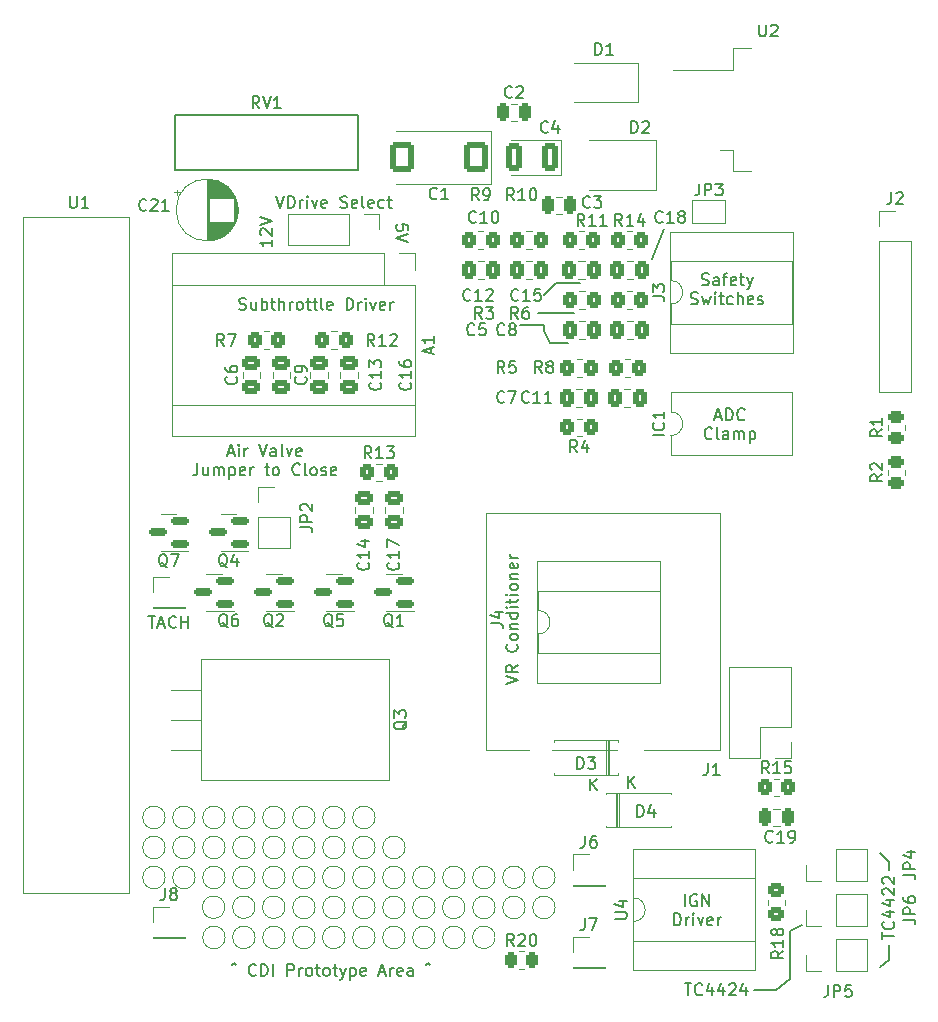
<source format=gto>
G04 #@! TF.GenerationSoftware,KiCad,Pcbnew,(6.0.1)*
G04 #@! TF.CreationDate,2022-02-06T00:08:44-05:00*
G04 #@! TF.ProjectId,klxecu,6b6c7865-6375-42e6-9b69-6361645f7063,rev?*
G04 #@! TF.SameCoordinates,Original*
G04 #@! TF.FileFunction,Legend,Top*
G04 #@! TF.FilePolarity,Positive*
%FSLAX46Y46*%
G04 Gerber Fmt 4.6, Leading zero omitted, Abs format (unit mm)*
G04 Created by KiCad (PCBNEW (6.0.1)) date 2022-02-06 00:08:44*
%MOMM*%
%LPD*%
G01*
G04 APERTURE LIST*
G04 Aperture macros list*
%AMRoundRect*
0 Rectangle with rounded corners*
0 $1 Rounding radius*
0 $2 $3 $4 $5 $6 $7 $8 $9 X,Y pos of 4 corners*
0 Add a 4 corners polygon primitive as box body*
4,1,4,$2,$3,$4,$5,$6,$7,$8,$9,$2,$3,0*
0 Add four circle primitives for the rounded corners*
1,1,$1+$1,$2,$3*
1,1,$1+$1,$4,$5*
1,1,$1+$1,$6,$7*
1,1,$1+$1,$8,$9*
0 Add four rect primitives between the rounded corners*
20,1,$1+$1,$2,$3,$4,$5,0*
20,1,$1+$1,$4,$5,$6,$7,0*
20,1,$1+$1,$6,$7,$8,$9,0*
20,1,$1+$1,$8,$9,$2,$3,0*%
G04 Aperture macros list end*
%ADD10C,0.150000*%
%ADD11C,0.120000*%
%ADD12C,4.400000*%
%ADD13C,1.500000*%
%ADD14R,1.700000X1.700000*%
%ADD15O,1.700000X1.700000*%
%ADD16O,3.500000X3.500000*%
%ADD17R,2.000000X1.905000*%
%ADD18O,2.000000X1.905000*%
%ADD19RoundRect,0.250000X-0.337500X-0.475000X0.337500X-0.475000X0.337500X0.475000X-0.337500X0.475000X0*%
%ADD20R,1.600000X1.600000*%
%ADD21O,1.600000X1.600000*%
%ADD22C,1.524000*%
%ADD23R,4.600000X1.100000*%
%ADD24R,9.400000X10.800000*%
%ADD25C,1.800000*%
%ADD26RoundRect,0.250000X-0.262500X-0.450000X0.262500X-0.450000X0.262500X0.450000X-0.262500X0.450000X0*%
%ADD27RoundRect,0.250000X-0.450000X0.350000X-0.450000X-0.350000X0.450000X-0.350000X0.450000X0.350000X0*%
%ADD28RoundRect,0.250000X-0.350000X-0.450000X0.350000X-0.450000X0.350000X0.450000X-0.350000X0.450000X0*%
%ADD29RoundRect,0.250000X0.350000X0.450000X-0.350000X0.450000X-0.350000X-0.450000X0.350000X-0.450000X0*%
%ADD30RoundRect,0.250000X0.450000X-0.262500X0.450000X0.262500X-0.450000X0.262500X-0.450000X-0.262500X0*%
%ADD31RoundRect,0.150000X0.587500X0.150000X-0.587500X0.150000X-0.587500X-0.150000X0.587500X-0.150000X0*%
%ADD32R,1.000000X1.500000*%
%ADD33O,2.200000X2.200000*%
%ADD34R,2.200000X2.200000*%
%ADD35R,2.500000X2.300000*%
%ADD36R,2.500000X1.800000*%
%ADD37C,1.600000*%
%ADD38RoundRect,0.250000X0.250000X0.475000X-0.250000X0.475000X-0.250000X-0.475000X0.250000X-0.475000X0*%
%ADD39RoundRect,0.250000X0.337500X0.475000X-0.337500X0.475000X-0.337500X-0.475000X0.337500X-0.475000X0*%
%ADD40RoundRect,0.250000X-0.475000X0.337500X-0.475000X-0.337500X0.475000X-0.337500X0.475000X0.337500X0*%
%ADD41RoundRect,0.250000X0.412500X0.925000X-0.412500X0.925000X-0.412500X-0.925000X0.412500X-0.925000X0*%
%ADD42RoundRect,0.250000X-0.250000X-0.475000X0.250000X-0.475000X0.250000X0.475000X-0.250000X0.475000X0*%
%ADD43RoundRect,0.250000X0.787500X1.025000X-0.787500X1.025000X-0.787500X-1.025000X0.787500X-1.025000X0*%
%ADD44C,3.800000*%
%ADD45C,1.700000*%
G04 APERTURE END LIST*
D10*
X59602619Y-51879523D02*
X59602619Y-51403333D01*
X59126428Y-51355714D01*
X59174047Y-51403333D01*
X59221666Y-51498571D01*
X59221666Y-51736666D01*
X59174047Y-51831904D01*
X59126428Y-51879523D01*
X59031190Y-51927142D01*
X58793095Y-51927142D01*
X58697857Y-51879523D01*
X58650238Y-51831904D01*
X58602619Y-51736666D01*
X58602619Y-51498571D01*
X58650238Y-51403333D01*
X58697857Y-51355714D01*
X59602619Y-52212857D02*
X58602619Y-52546190D01*
X59602619Y-52879523D01*
X48077380Y-52689047D02*
X48077380Y-53260476D01*
X48077380Y-52974761D02*
X47077380Y-52974761D01*
X47220238Y-53070000D01*
X47315476Y-53165238D01*
X47363095Y-53260476D01*
X47172619Y-52308095D02*
X47125000Y-52260476D01*
X47077380Y-52165238D01*
X47077380Y-51927142D01*
X47125000Y-51831904D01*
X47172619Y-51784285D01*
X47267857Y-51736666D01*
X47363095Y-51736666D01*
X47505952Y-51784285D01*
X48077380Y-52355714D01*
X48077380Y-51736666D01*
X47077380Y-51450952D02*
X48077380Y-51117619D01*
X47077380Y-50784285D01*
X48459047Y-48982380D02*
X48792380Y-49982380D01*
X49125714Y-48982380D01*
X49459047Y-49982380D02*
X49459047Y-48982380D01*
X49697142Y-48982380D01*
X49840000Y-49030000D01*
X49935238Y-49125238D01*
X49982857Y-49220476D01*
X50030476Y-49410952D01*
X50030476Y-49553809D01*
X49982857Y-49744285D01*
X49935238Y-49839523D01*
X49840000Y-49934761D01*
X49697142Y-49982380D01*
X49459047Y-49982380D01*
X50459047Y-49982380D02*
X50459047Y-49315714D01*
X50459047Y-49506190D02*
X50506666Y-49410952D01*
X50554285Y-49363333D01*
X50649523Y-49315714D01*
X50744761Y-49315714D01*
X51078095Y-49982380D02*
X51078095Y-49315714D01*
X51078095Y-48982380D02*
X51030476Y-49030000D01*
X51078095Y-49077619D01*
X51125714Y-49030000D01*
X51078095Y-48982380D01*
X51078095Y-49077619D01*
X51459047Y-49315714D02*
X51697142Y-49982380D01*
X51935238Y-49315714D01*
X52697142Y-49934761D02*
X52601904Y-49982380D01*
X52411428Y-49982380D01*
X52316190Y-49934761D01*
X52268571Y-49839523D01*
X52268571Y-49458571D01*
X52316190Y-49363333D01*
X52411428Y-49315714D01*
X52601904Y-49315714D01*
X52697142Y-49363333D01*
X52744761Y-49458571D01*
X52744761Y-49553809D01*
X52268571Y-49649047D01*
X53887619Y-49934761D02*
X54030476Y-49982380D01*
X54268571Y-49982380D01*
X54363809Y-49934761D01*
X54411428Y-49887142D01*
X54459047Y-49791904D01*
X54459047Y-49696666D01*
X54411428Y-49601428D01*
X54363809Y-49553809D01*
X54268571Y-49506190D01*
X54078095Y-49458571D01*
X53982857Y-49410952D01*
X53935238Y-49363333D01*
X53887619Y-49268095D01*
X53887619Y-49172857D01*
X53935238Y-49077619D01*
X53982857Y-49030000D01*
X54078095Y-48982380D01*
X54316190Y-48982380D01*
X54459047Y-49030000D01*
X55268571Y-49934761D02*
X55173333Y-49982380D01*
X54982857Y-49982380D01*
X54887619Y-49934761D01*
X54840000Y-49839523D01*
X54840000Y-49458571D01*
X54887619Y-49363333D01*
X54982857Y-49315714D01*
X55173333Y-49315714D01*
X55268571Y-49363333D01*
X55316190Y-49458571D01*
X55316190Y-49553809D01*
X54840000Y-49649047D01*
X55887619Y-49982380D02*
X55792380Y-49934761D01*
X55744761Y-49839523D01*
X55744761Y-48982380D01*
X56649523Y-49934761D02*
X56554285Y-49982380D01*
X56363809Y-49982380D01*
X56268571Y-49934761D01*
X56220952Y-49839523D01*
X56220952Y-49458571D01*
X56268571Y-49363333D01*
X56363809Y-49315714D01*
X56554285Y-49315714D01*
X56649523Y-49363333D01*
X56697142Y-49458571D01*
X56697142Y-49553809D01*
X56220952Y-49649047D01*
X57554285Y-49934761D02*
X57459047Y-49982380D01*
X57268571Y-49982380D01*
X57173333Y-49934761D01*
X57125714Y-49887142D01*
X57078095Y-49791904D01*
X57078095Y-49506190D01*
X57125714Y-49410952D01*
X57173333Y-49363333D01*
X57268571Y-49315714D01*
X57459047Y-49315714D01*
X57554285Y-49363333D01*
X57840000Y-49315714D02*
X58220952Y-49315714D01*
X57982857Y-48982380D02*
X57982857Y-49839523D01*
X58030476Y-49934761D01*
X58125714Y-49982380D01*
X58220952Y-49982380D01*
X45316000Y-58570761D02*
X45458857Y-58618380D01*
X45696952Y-58618380D01*
X45792190Y-58570761D01*
X45839809Y-58523142D01*
X45887428Y-58427904D01*
X45887428Y-58332666D01*
X45839809Y-58237428D01*
X45792190Y-58189809D01*
X45696952Y-58142190D01*
X45506476Y-58094571D01*
X45411238Y-58046952D01*
X45363619Y-57999333D01*
X45316000Y-57904095D01*
X45316000Y-57808857D01*
X45363619Y-57713619D01*
X45411238Y-57666000D01*
X45506476Y-57618380D01*
X45744571Y-57618380D01*
X45887428Y-57666000D01*
X46744571Y-57951714D02*
X46744571Y-58618380D01*
X46316000Y-57951714D02*
X46316000Y-58475523D01*
X46363619Y-58570761D01*
X46458857Y-58618380D01*
X46601714Y-58618380D01*
X46696952Y-58570761D01*
X46744571Y-58523142D01*
X47220761Y-58618380D02*
X47220761Y-57618380D01*
X47220761Y-57999333D02*
X47316000Y-57951714D01*
X47506476Y-57951714D01*
X47601714Y-57999333D01*
X47649333Y-58046952D01*
X47696952Y-58142190D01*
X47696952Y-58427904D01*
X47649333Y-58523142D01*
X47601714Y-58570761D01*
X47506476Y-58618380D01*
X47316000Y-58618380D01*
X47220761Y-58570761D01*
X47982666Y-57951714D02*
X48363619Y-57951714D01*
X48125523Y-57618380D02*
X48125523Y-58475523D01*
X48173142Y-58570761D01*
X48268380Y-58618380D01*
X48363619Y-58618380D01*
X48696952Y-58618380D02*
X48696952Y-57618380D01*
X49125523Y-58618380D02*
X49125523Y-58094571D01*
X49077904Y-57999333D01*
X48982666Y-57951714D01*
X48839809Y-57951714D01*
X48744571Y-57999333D01*
X48696952Y-58046952D01*
X49601714Y-58618380D02*
X49601714Y-57951714D01*
X49601714Y-58142190D02*
X49649333Y-58046952D01*
X49696952Y-57999333D01*
X49792190Y-57951714D01*
X49887428Y-57951714D01*
X50363619Y-58618380D02*
X50268380Y-58570761D01*
X50220761Y-58523142D01*
X50173142Y-58427904D01*
X50173142Y-58142190D01*
X50220761Y-58046952D01*
X50268380Y-57999333D01*
X50363619Y-57951714D01*
X50506476Y-57951714D01*
X50601714Y-57999333D01*
X50649333Y-58046952D01*
X50696952Y-58142190D01*
X50696952Y-58427904D01*
X50649333Y-58523142D01*
X50601714Y-58570761D01*
X50506476Y-58618380D01*
X50363619Y-58618380D01*
X50982666Y-57951714D02*
X51363619Y-57951714D01*
X51125523Y-57618380D02*
X51125523Y-58475523D01*
X51173142Y-58570761D01*
X51268380Y-58618380D01*
X51363619Y-58618380D01*
X51554095Y-57951714D02*
X51935047Y-57951714D01*
X51696952Y-57618380D02*
X51696952Y-58475523D01*
X51744571Y-58570761D01*
X51839809Y-58618380D01*
X51935047Y-58618380D01*
X52411238Y-58618380D02*
X52315999Y-58570761D01*
X52268380Y-58475523D01*
X52268380Y-57618380D01*
X53173142Y-58570761D02*
X53077904Y-58618380D01*
X52887428Y-58618380D01*
X52792190Y-58570761D01*
X52744571Y-58475523D01*
X52744571Y-58094571D01*
X52792190Y-57999333D01*
X52887428Y-57951714D01*
X53077904Y-57951714D01*
X53173142Y-57999333D01*
X53220761Y-58094571D01*
X53220761Y-58189809D01*
X52744571Y-58285047D01*
X54411238Y-58618380D02*
X54411238Y-57618380D01*
X54649333Y-57618380D01*
X54792190Y-57666000D01*
X54887428Y-57761238D01*
X54935047Y-57856476D01*
X54982666Y-58046952D01*
X54982666Y-58189809D01*
X54935047Y-58380285D01*
X54887428Y-58475523D01*
X54792190Y-58570761D01*
X54649333Y-58618380D01*
X54411238Y-58618380D01*
X55411238Y-58618380D02*
X55411238Y-57951714D01*
X55411238Y-58142190D02*
X55458857Y-58046952D01*
X55506476Y-57999333D01*
X55601714Y-57951714D01*
X55696952Y-57951714D01*
X56030285Y-58618380D02*
X56030285Y-57951714D01*
X56030285Y-57618380D02*
X55982666Y-57666000D01*
X56030285Y-57713619D01*
X56077904Y-57666000D01*
X56030285Y-57618380D01*
X56030285Y-57713619D01*
X56411238Y-57951714D02*
X56649333Y-58618380D01*
X56887428Y-57951714D01*
X57649333Y-58570761D02*
X57554095Y-58618380D01*
X57363619Y-58618380D01*
X57268380Y-58570761D01*
X57220761Y-58475523D01*
X57220761Y-58094571D01*
X57268380Y-57999333D01*
X57363619Y-57951714D01*
X57554095Y-57951714D01*
X57649333Y-57999333D01*
X57696952Y-58094571D01*
X57696952Y-58189809D01*
X57220761Y-58285047D01*
X58125523Y-58618380D02*
X58125523Y-57951714D01*
X58125523Y-58142190D02*
X58173142Y-58046952D01*
X58220761Y-57999333D01*
X58315999Y-57951714D01*
X58411238Y-57951714D01*
X44681238Y-114101619D02*
X44871714Y-113958761D01*
X45062190Y-114101619D01*
X46728857Y-114911142D02*
X46681238Y-114958761D01*
X46538380Y-115006380D01*
X46443142Y-115006380D01*
X46300285Y-114958761D01*
X46205047Y-114863523D01*
X46157428Y-114768285D01*
X46109809Y-114577809D01*
X46109809Y-114434952D01*
X46157428Y-114244476D01*
X46205047Y-114149238D01*
X46300285Y-114054000D01*
X46443142Y-114006380D01*
X46538380Y-114006380D01*
X46681238Y-114054000D01*
X46728857Y-114101619D01*
X47157428Y-115006380D02*
X47157428Y-114006380D01*
X47395523Y-114006380D01*
X47538380Y-114054000D01*
X47633619Y-114149238D01*
X47681238Y-114244476D01*
X47728857Y-114434952D01*
X47728857Y-114577809D01*
X47681238Y-114768285D01*
X47633619Y-114863523D01*
X47538380Y-114958761D01*
X47395523Y-115006380D01*
X47157428Y-115006380D01*
X48157428Y-115006380D02*
X48157428Y-114006380D01*
X49395523Y-115006380D02*
X49395523Y-114006380D01*
X49776476Y-114006380D01*
X49871714Y-114054000D01*
X49919333Y-114101619D01*
X49966952Y-114196857D01*
X49966952Y-114339714D01*
X49919333Y-114434952D01*
X49871714Y-114482571D01*
X49776476Y-114530190D01*
X49395523Y-114530190D01*
X50395523Y-115006380D02*
X50395523Y-114339714D01*
X50395523Y-114530190D02*
X50443142Y-114434952D01*
X50490761Y-114387333D01*
X50586000Y-114339714D01*
X50681238Y-114339714D01*
X51157428Y-115006380D02*
X51062190Y-114958761D01*
X51014571Y-114911142D01*
X50966952Y-114815904D01*
X50966952Y-114530190D01*
X51014571Y-114434952D01*
X51062190Y-114387333D01*
X51157428Y-114339714D01*
X51300285Y-114339714D01*
X51395523Y-114387333D01*
X51443142Y-114434952D01*
X51490761Y-114530190D01*
X51490761Y-114815904D01*
X51443142Y-114911142D01*
X51395523Y-114958761D01*
X51300285Y-115006380D01*
X51157428Y-115006380D01*
X51776476Y-114339714D02*
X52157428Y-114339714D01*
X51919333Y-114006380D02*
X51919333Y-114863523D01*
X51966952Y-114958761D01*
X52062190Y-115006380D01*
X52157428Y-115006380D01*
X52633619Y-115006380D02*
X52538380Y-114958761D01*
X52490761Y-114911142D01*
X52443142Y-114815904D01*
X52443142Y-114530190D01*
X52490761Y-114434952D01*
X52538380Y-114387333D01*
X52633619Y-114339714D01*
X52776476Y-114339714D01*
X52871714Y-114387333D01*
X52919333Y-114434952D01*
X52966952Y-114530190D01*
X52966952Y-114815904D01*
X52919333Y-114911142D01*
X52871714Y-114958761D01*
X52776476Y-115006380D01*
X52633619Y-115006380D01*
X53252666Y-114339714D02*
X53633619Y-114339714D01*
X53395523Y-114006380D02*
X53395523Y-114863523D01*
X53443142Y-114958761D01*
X53538380Y-115006380D01*
X53633619Y-115006380D01*
X53871714Y-114339714D02*
X54109809Y-115006380D01*
X54347904Y-114339714D02*
X54109809Y-115006380D01*
X54014571Y-115244476D01*
X53966952Y-115292095D01*
X53871714Y-115339714D01*
X54728857Y-114339714D02*
X54728857Y-115339714D01*
X54728857Y-114387333D02*
X54824095Y-114339714D01*
X55014571Y-114339714D01*
X55109809Y-114387333D01*
X55157428Y-114434952D01*
X55205047Y-114530190D01*
X55205047Y-114815904D01*
X55157428Y-114911142D01*
X55109809Y-114958761D01*
X55014571Y-115006380D01*
X54824095Y-115006380D01*
X54728857Y-114958761D01*
X56014571Y-114958761D02*
X55919333Y-115006380D01*
X55728857Y-115006380D01*
X55633619Y-114958761D01*
X55586000Y-114863523D01*
X55586000Y-114482571D01*
X55633619Y-114387333D01*
X55728857Y-114339714D01*
X55919333Y-114339714D01*
X56014571Y-114387333D01*
X56062190Y-114482571D01*
X56062190Y-114577809D01*
X55586000Y-114673047D01*
X57205047Y-114720666D02*
X57681238Y-114720666D01*
X57109809Y-115006380D02*
X57443142Y-114006380D01*
X57776476Y-115006380D01*
X58109809Y-115006380D02*
X58109809Y-114339714D01*
X58109809Y-114530190D02*
X58157428Y-114434952D01*
X58205047Y-114387333D01*
X58300285Y-114339714D01*
X58395523Y-114339714D01*
X59109809Y-114958761D02*
X59014571Y-115006380D01*
X58824095Y-115006380D01*
X58728857Y-114958761D01*
X58681238Y-114863523D01*
X58681238Y-114482571D01*
X58728857Y-114387333D01*
X58824095Y-114339714D01*
X59014571Y-114339714D01*
X59109809Y-114387333D01*
X59157428Y-114482571D01*
X59157428Y-114577809D01*
X58681238Y-114673047D01*
X60014571Y-115006380D02*
X60014571Y-114482571D01*
X59966952Y-114387333D01*
X59871714Y-114339714D01*
X59681238Y-114339714D01*
X59586000Y-114387333D01*
X60014571Y-114958761D02*
X59919333Y-115006380D01*
X59681238Y-115006380D01*
X59586000Y-114958761D01*
X59538380Y-114863523D01*
X59538380Y-114768285D01*
X59586000Y-114673047D01*
X59681238Y-114625428D01*
X59919333Y-114625428D01*
X60014571Y-114577809D01*
X61109809Y-114101619D02*
X61300285Y-113958761D01*
X61490761Y-114101619D01*
X83050190Y-109121380D02*
X83050190Y-108121380D01*
X84050190Y-108169000D02*
X83954952Y-108121380D01*
X83812095Y-108121380D01*
X83669238Y-108169000D01*
X83574000Y-108264238D01*
X83526380Y-108359476D01*
X83478761Y-108549952D01*
X83478761Y-108692809D01*
X83526380Y-108883285D01*
X83574000Y-108978523D01*
X83669238Y-109073761D01*
X83812095Y-109121380D01*
X83907333Y-109121380D01*
X84050190Y-109073761D01*
X84097809Y-109026142D01*
X84097809Y-108692809D01*
X83907333Y-108692809D01*
X84526380Y-109121380D02*
X84526380Y-108121380D01*
X85097809Y-109121380D01*
X85097809Y-108121380D01*
X82145428Y-110731380D02*
X82145428Y-109731380D01*
X82383523Y-109731380D01*
X82526380Y-109779000D01*
X82621619Y-109874238D01*
X82669238Y-109969476D01*
X82716857Y-110159952D01*
X82716857Y-110302809D01*
X82669238Y-110493285D01*
X82621619Y-110588523D01*
X82526380Y-110683761D01*
X82383523Y-110731380D01*
X82145428Y-110731380D01*
X83145428Y-110731380D02*
X83145428Y-110064714D01*
X83145428Y-110255190D02*
X83193047Y-110159952D01*
X83240666Y-110112333D01*
X83335904Y-110064714D01*
X83431142Y-110064714D01*
X83764476Y-110731380D02*
X83764476Y-110064714D01*
X83764476Y-109731380D02*
X83716857Y-109779000D01*
X83764476Y-109826619D01*
X83812095Y-109779000D01*
X83764476Y-109731380D01*
X83764476Y-109826619D01*
X84145428Y-110064714D02*
X84383523Y-110731380D01*
X84621619Y-110064714D01*
X85383523Y-110683761D02*
X85288285Y-110731380D01*
X85097809Y-110731380D01*
X85002571Y-110683761D01*
X84954952Y-110588523D01*
X84954952Y-110207571D01*
X85002571Y-110112333D01*
X85097809Y-110064714D01*
X85288285Y-110064714D01*
X85383523Y-110112333D01*
X85431142Y-110207571D01*
X85431142Y-110302809D01*
X84954952Y-110398047D01*
X85859714Y-110731380D02*
X85859714Y-110064714D01*
X85859714Y-110255190D02*
X85907333Y-110159952D01*
X85954952Y-110112333D01*
X86050190Y-110064714D01*
X86145428Y-110064714D01*
X84494952Y-56495761D02*
X84637809Y-56543380D01*
X84875904Y-56543380D01*
X84971142Y-56495761D01*
X85018761Y-56448142D01*
X85066380Y-56352904D01*
X85066380Y-56257666D01*
X85018761Y-56162428D01*
X84971142Y-56114809D01*
X84875904Y-56067190D01*
X84685428Y-56019571D01*
X84590190Y-55971952D01*
X84542571Y-55924333D01*
X84494952Y-55829095D01*
X84494952Y-55733857D01*
X84542571Y-55638619D01*
X84590190Y-55591000D01*
X84685428Y-55543380D01*
X84923523Y-55543380D01*
X85066380Y-55591000D01*
X85923523Y-56543380D02*
X85923523Y-56019571D01*
X85875904Y-55924333D01*
X85780666Y-55876714D01*
X85590190Y-55876714D01*
X85494952Y-55924333D01*
X85923523Y-56495761D02*
X85828285Y-56543380D01*
X85590190Y-56543380D01*
X85494952Y-56495761D01*
X85447333Y-56400523D01*
X85447333Y-56305285D01*
X85494952Y-56210047D01*
X85590190Y-56162428D01*
X85828285Y-56162428D01*
X85923523Y-56114809D01*
X86256857Y-55876714D02*
X86637809Y-55876714D01*
X86399714Y-56543380D02*
X86399714Y-55686238D01*
X86447333Y-55591000D01*
X86542571Y-55543380D01*
X86637809Y-55543380D01*
X87352095Y-56495761D02*
X87256857Y-56543380D01*
X87066380Y-56543380D01*
X86971142Y-56495761D01*
X86923523Y-56400523D01*
X86923523Y-56019571D01*
X86971142Y-55924333D01*
X87066380Y-55876714D01*
X87256857Y-55876714D01*
X87352095Y-55924333D01*
X87399714Y-56019571D01*
X87399714Y-56114809D01*
X86923523Y-56210047D01*
X87685428Y-55876714D02*
X88066380Y-55876714D01*
X87828285Y-55543380D02*
X87828285Y-56400523D01*
X87875904Y-56495761D01*
X87971142Y-56543380D01*
X88066380Y-56543380D01*
X88304476Y-55876714D02*
X88542571Y-56543380D01*
X88780666Y-55876714D02*
X88542571Y-56543380D01*
X88447333Y-56781476D01*
X88399714Y-56829095D01*
X88304476Y-56876714D01*
X83566380Y-58105761D02*
X83709238Y-58153380D01*
X83947333Y-58153380D01*
X84042571Y-58105761D01*
X84090190Y-58058142D01*
X84137809Y-57962904D01*
X84137809Y-57867666D01*
X84090190Y-57772428D01*
X84042571Y-57724809D01*
X83947333Y-57677190D01*
X83756857Y-57629571D01*
X83661619Y-57581952D01*
X83614000Y-57534333D01*
X83566380Y-57439095D01*
X83566380Y-57343857D01*
X83614000Y-57248619D01*
X83661619Y-57201000D01*
X83756857Y-57153380D01*
X83994952Y-57153380D01*
X84137809Y-57201000D01*
X84471142Y-57486714D02*
X84661619Y-58153380D01*
X84852095Y-57677190D01*
X85042571Y-58153380D01*
X85233047Y-57486714D01*
X85614000Y-58153380D02*
X85614000Y-57486714D01*
X85614000Y-57153380D02*
X85566380Y-57201000D01*
X85614000Y-57248619D01*
X85661619Y-57201000D01*
X85614000Y-57153380D01*
X85614000Y-57248619D01*
X85947333Y-57486714D02*
X86328285Y-57486714D01*
X86090190Y-57153380D02*
X86090190Y-58010523D01*
X86137809Y-58105761D01*
X86233047Y-58153380D01*
X86328285Y-58153380D01*
X87090190Y-58105761D02*
X86994952Y-58153380D01*
X86804476Y-58153380D01*
X86709238Y-58105761D01*
X86661619Y-58058142D01*
X86614000Y-57962904D01*
X86614000Y-57677190D01*
X86661619Y-57581952D01*
X86709238Y-57534333D01*
X86804476Y-57486714D01*
X86994952Y-57486714D01*
X87090190Y-57534333D01*
X87518761Y-58153380D02*
X87518761Y-57153380D01*
X87947333Y-58153380D02*
X87947333Y-57629571D01*
X87899714Y-57534333D01*
X87804476Y-57486714D01*
X87661619Y-57486714D01*
X87566380Y-57534333D01*
X87518761Y-57581952D01*
X88804476Y-58105761D02*
X88709238Y-58153380D01*
X88518761Y-58153380D01*
X88423523Y-58105761D01*
X88375904Y-58010523D01*
X88375904Y-57629571D01*
X88423523Y-57534333D01*
X88518761Y-57486714D01*
X88709238Y-57486714D01*
X88804476Y-57534333D01*
X88852095Y-57629571D01*
X88852095Y-57724809D01*
X88375904Y-57820047D01*
X89233047Y-58105761D02*
X89328285Y-58153380D01*
X89518761Y-58153380D01*
X89614000Y-58105761D01*
X89661619Y-58010523D01*
X89661619Y-57962904D01*
X89614000Y-57867666D01*
X89518761Y-57820047D01*
X89375904Y-57820047D01*
X89280666Y-57772428D01*
X89233047Y-57677190D01*
X89233047Y-57629571D01*
X89280666Y-57534333D01*
X89375904Y-57486714D01*
X89518761Y-57486714D01*
X89614000Y-57534333D01*
X85629904Y-67687666D02*
X86106095Y-67687666D01*
X85534666Y-67973380D02*
X85868000Y-66973380D01*
X86201333Y-67973380D01*
X86534666Y-67973380D02*
X86534666Y-66973380D01*
X86772761Y-66973380D01*
X86915619Y-67021000D01*
X87010857Y-67116238D01*
X87058476Y-67211476D01*
X87106095Y-67401952D01*
X87106095Y-67544809D01*
X87058476Y-67735285D01*
X87010857Y-67830523D01*
X86915619Y-67925761D01*
X86772761Y-67973380D01*
X86534666Y-67973380D01*
X88106095Y-67878142D02*
X88058476Y-67925761D01*
X87915619Y-67973380D01*
X87820380Y-67973380D01*
X87677523Y-67925761D01*
X87582285Y-67830523D01*
X87534666Y-67735285D01*
X87487047Y-67544809D01*
X87487047Y-67401952D01*
X87534666Y-67211476D01*
X87582285Y-67116238D01*
X87677523Y-67021000D01*
X87820380Y-66973380D01*
X87915619Y-66973380D01*
X88058476Y-67021000D01*
X88106095Y-67068619D01*
X85344190Y-69488142D02*
X85296571Y-69535761D01*
X85153714Y-69583380D01*
X85058476Y-69583380D01*
X84915619Y-69535761D01*
X84820380Y-69440523D01*
X84772761Y-69345285D01*
X84725142Y-69154809D01*
X84725142Y-69011952D01*
X84772761Y-68821476D01*
X84820380Y-68726238D01*
X84915619Y-68631000D01*
X85058476Y-68583380D01*
X85153714Y-68583380D01*
X85296571Y-68631000D01*
X85344190Y-68678619D01*
X85915619Y-69583380D02*
X85820380Y-69535761D01*
X85772761Y-69440523D01*
X85772761Y-68583380D01*
X86725142Y-69583380D02*
X86725142Y-69059571D01*
X86677523Y-68964333D01*
X86582285Y-68916714D01*
X86391809Y-68916714D01*
X86296571Y-68964333D01*
X86725142Y-69535761D02*
X86629904Y-69583380D01*
X86391809Y-69583380D01*
X86296571Y-69535761D01*
X86248952Y-69440523D01*
X86248952Y-69345285D01*
X86296571Y-69250047D01*
X86391809Y-69202428D01*
X86629904Y-69202428D01*
X86725142Y-69154809D01*
X87201333Y-69583380D02*
X87201333Y-68916714D01*
X87201333Y-69011952D02*
X87248952Y-68964333D01*
X87344190Y-68916714D01*
X87487047Y-68916714D01*
X87582285Y-68964333D01*
X87629904Y-69059571D01*
X87629904Y-69583380D01*
X87629904Y-69059571D02*
X87677523Y-68964333D01*
X87772761Y-68916714D01*
X87915619Y-68916714D01*
X88010857Y-68964333D01*
X88058476Y-69059571D01*
X88058476Y-69583380D01*
X88534666Y-68916714D02*
X88534666Y-69916714D01*
X88534666Y-68964333D02*
X88629904Y-68916714D01*
X88820380Y-68916714D01*
X88915619Y-68964333D01*
X88963238Y-69011952D01*
X89010857Y-69107190D01*
X89010857Y-69392904D01*
X88963238Y-69488142D01*
X88915619Y-69535761D01*
X88820380Y-69583380D01*
X88629904Y-69583380D01*
X88534666Y-69535761D01*
X37631904Y-84542380D02*
X38203333Y-84542380D01*
X37917619Y-85542380D02*
X37917619Y-84542380D01*
X38489047Y-85256666D02*
X38965238Y-85256666D01*
X38393809Y-85542380D02*
X38727142Y-84542380D01*
X39060476Y-85542380D01*
X39965238Y-85447142D02*
X39917619Y-85494761D01*
X39774761Y-85542380D01*
X39679523Y-85542380D01*
X39536666Y-85494761D01*
X39441428Y-85399523D01*
X39393809Y-85304285D01*
X39346190Y-85113809D01*
X39346190Y-84970952D01*
X39393809Y-84780476D01*
X39441428Y-84685238D01*
X39536666Y-84590000D01*
X39679523Y-84542380D01*
X39774761Y-84542380D01*
X39917619Y-84590000D01*
X39965238Y-84637619D01*
X40393809Y-85542380D02*
X40393809Y-84542380D01*
X40393809Y-85018571D02*
X40965238Y-85018571D01*
X40965238Y-85542380D02*
X40965238Y-84542380D01*
X44378952Y-70735666D02*
X44855142Y-70735666D01*
X44283714Y-71021380D02*
X44617047Y-70021380D01*
X44950380Y-71021380D01*
X45283714Y-71021380D02*
X45283714Y-70354714D01*
X45283714Y-70021380D02*
X45236095Y-70069000D01*
X45283714Y-70116619D01*
X45331333Y-70069000D01*
X45283714Y-70021380D01*
X45283714Y-70116619D01*
X45759904Y-71021380D02*
X45759904Y-70354714D01*
X45759904Y-70545190D02*
X45807523Y-70449952D01*
X45855142Y-70402333D01*
X45950380Y-70354714D01*
X46045619Y-70354714D01*
X46998000Y-70021380D02*
X47331333Y-71021380D01*
X47664666Y-70021380D01*
X48426571Y-71021380D02*
X48426571Y-70497571D01*
X48378952Y-70402333D01*
X48283714Y-70354714D01*
X48093238Y-70354714D01*
X47998000Y-70402333D01*
X48426571Y-70973761D02*
X48331333Y-71021380D01*
X48093238Y-71021380D01*
X47998000Y-70973761D01*
X47950380Y-70878523D01*
X47950380Y-70783285D01*
X47998000Y-70688047D01*
X48093238Y-70640428D01*
X48331333Y-70640428D01*
X48426571Y-70592809D01*
X49045619Y-71021380D02*
X48950380Y-70973761D01*
X48902761Y-70878523D01*
X48902761Y-70021380D01*
X49331333Y-70354714D02*
X49569428Y-71021380D01*
X49807523Y-70354714D01*
X50569428Y-70973761D02*
X50474190Y-71021380D01*
X50283714Y-71021380D01*
X50188476Y-70973761D01*
X50140857Y-70878523D01*
X50140857Y-70497571D01*
X50188476Y-70402333D01*
X50283714Y-70354714D01*
X50474190Y-70354714D01*
X50569428Y-70402333D01*
X50617047Y-70497571D01*
X50617047Y-70592809D01*
X50140857Y-70688047D01*
X41783714Y-71631380D02*
X41783714Y-72345666D01*
X41736095Y-72488523D01*
X41640857Y-72583761D01*
X41498000Y-72631380D01*
X41402761Y-72631380D01*
X42688476Y-71964714D02*
X42688476Y-72631380D01*
X42259904Y-71964714D02*
X42259904Y-72488523D01*
X42307523Y-72583761D01*
X42402761Y-72631380D01*
X42545619Y-72631380D01*
X42640857Y-72583761D01*
X42688476Y-72536142D01*
X43164666Y-72631380D02*
X43164666Y-71964714D01*
X43164666Y-72059952D02*
X43212285Y-72012333D01*
X43307523Y-71964714D01*
X43450380Y-71964714D01*
X43545619Y-72012333D01*
X43593238Y-72107571D01*
X43593238Y-72631380D01*
X43593238Y-72107571D02*
X43640857Y-72012333D01*
X43736095Y-71964714D01*
X43878952Y-71964714D01*
X43974190Y-72012333D01*
X44021809Y-72107571D01*
X44021809Y-72631380D01*
X44498000Y-71964714D02*
X44498000Y-72964714D01*
X44498000Y-72012333D02*
X44593238Y-71964714D01*
X44783714Y-71964714D01*
X44878952Y-72012333D01*
X44926571Y-72059952D01*
X44974190Y-72155190D01*
X44974190Y-72440904D01*
X44926571Y-72536142D01*
X44878952Y-72583761D01*
X44783714Y-72631380D01*
X44593238Y-72631380D01*
X44498000Y-72583761D01*
X45783714Y-72583761D02*
X45688476Y-72631380D01*
X45498000Y-72631380D01*
X45402761Y-72583761D01*
X45355142Y-72488523D01*
X45355142Y-72107571D01*
X45402761Y-72012333D01*
X45498000Y-71964714D01*
X45688476Y-71964714D01*
X45783714Y-72012333D01*
X45831333Y-72107571D01*
X45831333Y-72202809D01*
X45355142Y-72298047D01*
X46259904Y-72631380D02*
X46259904Y-71964714D01*
X46259904Y-72155190D02*
X46307523Y-72059952D01*
X46355142Y-72012333D01*
X46450380Y-71964714D01*
X46545619Y-71964714D01*
X47498000Y-71964714D02*
X47878952Y-71964714D01*
X47640857Y-71631380D02*
X47640857Y-72488523D01*
X47688476Y-72583761D01*
X47783714Y-72631380D01*
X47878952Y-72631380D01*
X48355142Y-72631380D02*
X48259904Y-72583761D01*
X48212285Y-72536142D01*
X48164666Y-72440904D01*
X48164666Y-72155190D01*
X48212285Y-72059952D01*
X48259904Y-72012333D01*
X48355142Y-71964714D01*
X48498000Y-71964714D01*
X48593238Y-72012333D01*
X48640857Y-72059952D01*
X48688476Y-72155190D01*
X48688476Y-72440904D01*
X48640857Y-72536142D01*
X48593238Y-72583761D01*
X48498000Y-72631380D01*
X48355142Y-72631380D01*
X50450380Y-72536142D02*
X50402761Y-72583761D01*
X50259904Y-72631380D01*
X50164666Y-72631380D01*
X50021809Y-72583761D01*
X49926571Y-72488523D01*
X49878952Y-72393285D01*
X49831333Y-72202809D01*
X49831333Y-72059952D01*
X49878952Y-71869476D01*
X49926571Y-71774238D01*
X50021809Y-71679000D01*
X50164666Y-71631380D01*
X50259904Y-71631380D01*
X50402761Y-71679000D01*
X50450380Y-71726619D01*
X51021809Y-72631380D02*
X50926571Y-72583761D01*
X50878952Y-72488523D01*
X50878952Y-71631380D01*
X51545619Y-72631380D02*
X51450380Y-72583761D01*
X51402761Y-72536142D01*
X51355142Y-72440904D01*
X51355142Y-72155190D01*
X51402761Y-72059952D01*
X51450380Y-72012333D01*
X51545619Y-71964714D01*
X51688476Y-71964714D01*
X51783714Y-72012333D01*
X51831333Y-72059952D01*
X51878952Y-72155190D01*
X51878952Y-72440904D01*
X51831333Y-72536142D01*
X51783714Y-72583761D01*
X51688476Y-72631380D01*
X51545619Y-72631380D01*
X52259904Y-72583761D02*
X52355142Y-72631380D01*
X52545619Y-72631380D01*
X52640857Y-72583761D01*
X52688476Y-72488523D01*
X52688476Y-72440904D01*
X52640857Y-72345666D01*
X52545619Y-72298047D01*
X52402761Y-72298047D01*
X52307523Y-72250428D01*
X52259904Y-72155190D01*
X52259904Y-72107571D01*
X52307523Y-72012333D01*
X52402761Y-71964714D01*
X52545619Y-71964714D01*
X52640857Y-72012333D01*
X53498000Y-72583761D02*
X53402761Y-72631380D01*
X53212285Y-72631380D01*
X53117047Y-72583761D01*
X53069428Y-72488523D01*
X53069428Y-72107571D01*
X53117047Y-72012333D01*
X53212285Y-71964714D01*
X53402761Y-71964714D01*
X53498000Y-72012333D01*
X53545619Y-72107571D01*
X53545619Y-72202809D01*
X53069428Y-72298047D01*
X81280000Y-51816000D02*
X80264000Y-54356000D01*
X72136000Y-56388000D02*
X71120000Y-57404000D01*
X74168000Y-56388000D02*
X72136000Y-56388000D01*
X91948000Y-111252000D02*
X92964000Y-110744000D01*
X91948000Y-113284000D02*
X91948000Y-111252000D01*
X91948000Y-115316000D02*
X91948000Y-113284000D01*
X90805000Y-116205000D02*
X91948000Y-115316000D01*
X100330000Y-105410000D02*
X99568000Y-104648000D01*
X100330000Y-113665000D02*
X99568000Y-114300000D01*
X71120000Y-59944000D02*
X69088000Y-59944000D01*
X71120000Y-60452000D02*
X71120000Y-59944000D01*
X71628000Y-61468000D02*
X71120000Y-60452000D01*
X73152000Y-61468000D02*
X71628000Y-61468000D01*
X73660000Y-58928000D02*
X70612000Y-58928000D01*
X100330000Y-105410000D02*
X100330000Y-106045000D01*
X100330000Y-113665000D02*
X100330000Y-112395000D01*
X90805000Y-116205000D02*
X88900000Y-116205000D01*
X83034523Y-115657380D02*
X83605952Y-115657380D01*
X83320238Y-116657380D02*
X83320238Y-115657380D01*
X84510714Y-116562142D02*
X84463095Y-116609761D01*
X84320238Y-116657380D01*
X84225000Y-116657380D01*
X84082142Y-116609761D01*
X83986904Y-116514523D01*
X83939285Y-116419285D01*
X83891666Y-116228809D01*
X83891666Y-116085952D01*
X83939285Y-115895476D01*
X83986904Y-115800238D01*
X84082142Y-115705000D01*
X84225000Y-115657380D01*
X84320238Y-115657380D01*
X84463095Y-115705000D01*
X84510714Y-115752619D01*
X85367857Y-115990714D02*
X85367857Y-116657380D01*
X85129761Y-115609761D02*
X84891666Y-116324047D01*
X85510714Y-116324047D01*
X86320238Y-115990714D02*
X86320238Y-116657380D01*
X86082142Y-115609761D02*
X85844047Y-116324047D01*
X86463095Y-116324047D01*
X86796428Y-115752619D02*
X86844047Y-115705000D01*
X86939285Y-115657380D01*
X87177380Y-115657380D01*
X87272619Y-115705000D01*
X87320238Y-115752619D01*
X87367857Y-115847857D01*
X87367857Y-115943095D01*
X87320238Y-116085952D01*
X86748809Y-116657380D01*
X87367857Y-116657380D01*
X88225000Y-115990714D02*
X88225000Y-116657380D01*
X87986904Y-115609761D02*
X87748809Y-116324047D01*
X88367857Y-116324047D01*
X99782380Y-111910476D02*
X99782380Y-111339047D01*
X100782380Y-111624761D02*
X99782380Y-111624761D01*
X100687142Y-110434285D02*
X100734761Y-110481904D01*
X100782380Y-110624761D01*
X100782380Y-110720000D01*
X100734761Y-110862857D01*
X100639523Y-110958095D01*
X100544285Y-111005714D01*
X100353809Y-111053333D01*
X100210952Y-111053333D01*
X100020476Y-111005714D01*
X99925238Y-110958095D01*
X99830000Y-110862857D01*
X99782380Y-110720000D01*
X99782380Y-110624761D01*
X99830000Y-110481904D01*
X99877619Y-110434285D01*
X100115714Y-109577142D02*
X100782380Y-109577142D01*
X99734761Y-109815238D02*
X100449047Y-110053333D01*
X100449047Y-109434285D01*
X100115714Y-108624761D02*
X100782380Y-108624761D01*
X99734761Y-108862857D02*
X100449047Y-109100952D01*
X100449047Y-108481904D01*
X99877619Y-108148571D02*
X99830000Y-108100952D01*
X99782380Y-108005714D01*
X99782380Y-107767619D01*
X99830000Y-107672380D01*
X99877619Y-107624761D01*
X99972857Y-107577142D01*
X100068095Y-107577142D01*
X100210952Y-107624761D01*
X100782380Y-108196190D01*
X100782380Y-107577142D01*
X99877619Y-107196190D02*
X99830000Y-107148571D01*
X99782380Y-107053333D01*
X99782380Y-106815238D01*
X99830000Y-106720000D01*
X99877619Y-106672380D01*
X99972857Y-106624761D01*
X100068095Y-106624761D01*
X100210952Y-106672380D01*
X100782380Y-107243809D01*
X100782380Y-106624761D01*
X39036666Y-107612380D02*
X39036666Y-108326666D01*
X38989047Y-108469523D01*
X38893809Y-108564761D01*
X38750952Y-108612380D01*
X38655714Y-108612380D01*
X39655714Y-108040952D02*
X39560476Y-107993333D01*
X39512857Y-107945714D01*
X39465238Y-107850476D01*
X39465238Y-107802857D01*
X39512857Y-107707619D01*
X39560476Y-107660000D01*
X39655714Y-107612380D01*
X39846190Y-107612380D01*
X39941428Y-107660000D01*
X39989047Y-107707619D01*
X40036666Y-107802857D01*
X40036666Y-107850476D01*
X39989047Y-107945714D01*
X39941428Y-107993333D01*
X39846190Y-108040952D01*
X39655714Y-108040952D01*
X39560476Y-108088571D01*
X39512857Y-108136190D01*
X39465238Y-108231428D01*
X39465238Y-108421904D01*
X39512857Y-108517142D01*
X39560476Y-108564761D01*
X39655714Y-108612380D01*
X39846190Y-108612380D01*
X39941428Y-108564761D01*
X39989047Y-108517142D01*
X40036666Y-108421904D01*
X40036666Y-108231428D01*
X39989047Y-108136190D01*
X39941428Y-108088571D01*
X39846190Y-108040952D01*
X74596666Y-110152380D02*
X74596666Y-110866666D01*
X74549047Y-111009523D01*
X74453809Y-111104761D01*
X74310952Y-111152380D01*
X74215714Y-111152380D01*
X74977619Y-110152380D02*
X75644285Y-110152380D01*
X75215714Y-111152380D01*
X74596666Y-103167380D02*
X74596666Y-103881666D01*
X74549047Y-104024523D01*
X74453809Y-104119761D01*
X74310952Y-104167380D01*
X74215714Y-104167380D01*
X75501428Y-103167380D02*
X75310952Y-103167380D01*
X75215714Y-103215000D01*
X75168095Y-103262619D01*
X75072857Y-103405476D01*
X75025238Y-103595952D01*
X75025238Y-103976904D01*
X75072857Y-104072142D01*
X75120476Y-104119761D01*
X75215714Y-104167380D01*
X75406190Y-104167380D01*
X75501428Y-104119761D01*
X75549047Y-104072142D01*
X75596666Y-103976904D01*
X75596666Y-103738809D01*
X75549047Y-103643571D01*
X75501428Y-103595952D01*
X75406190Y-103548333D01*
X75215714Y-103548333D01*
X75120476Y-103595952D01*
X75072857Y-103643571D01*
X75025238Y-103738809D01*
X101560380Y-110255833D02*
X102274666Y-110255833D01*
X102417523Y-110303452D01*
X102512761Y-110398690D01*
X102560380Y-110541547D01*
X102560380Y-110636785D01*
X102560380Y-109779642D02*
X101560380Y-109779642D01*
X101560380Y-109398690D01*
X101608000Y-109303452D01*
X101655619Y-109255833D01*
X101750857Y-109208214D01*
X101893714Y-109208214D01*
X101988952Y-109255833D01*
X102036571Y-109303452D01*
X102084190Y-109398690D01*
X102084190Y-109779642D01*
X101560380Y-108351071D02*
X101560380Y-108541547D01*
X101608000Y-108636785D01*
X101655619Y-108684404D01*
X101798476Y-108779642D01*
X101988952Y-108827261D01*
X102369904Y-108827261D01*
X102465142Y-108779642D01*
X102512761Y-108732023D01*
X102560380Y-108636785D01*
X102560380Y-108446309D01*
X102512761Y-108351071D01*
X102465142Y-108303452D01*
X102369904Y-108255833D01*
X102131809Y-108255833D01*
X102036571Y-108303452D01*
X101988952Y-108351071D01*
X101941333Y-108446309D01*
X101941333Y-108636785D01*
X101988952Y-108732023D01*
X102036571Y-108779642D01*
X102131809Y-108827261D01*
X95178666Y-115784380D02*
X95178666Y-116498666D01*
X95131047Y-116641523D01*
X95035809Y-116736761D01*
X94892952Y-116784380D01*
X94797714Y-116784380D01*
X95654857Y-116784380D02*
X95654857Y-115784380D01*
X96035809Y-115784380D01*
X96131047Y-115832000D01*
X96178666Y-115879619D01*
X96226285Y-115974857D01*
X96226285Y-116117714D01*
X96178666Y-116212952D01*
X96131047Y-116260571D01*
X96035809Y-116308190D01*
X95654857Y-116308190D01*
X97131047Y-115784380D02*
X96654857Y-115784380D01*
X96607238Y-116260571D01*
X96654857Y-116212952D01*
X96750095Y-116165333D01*
X96988190Y-116165333D01*
X97083428Y-116212952D01*
X97131047Y-116260571D01*
X97178666Y-116355809D01*
X97178666Y-116593904D01*
X97131047Y-116689142D01*
X97083428Y-116736761D01*
X96988190Y-116784380D01*
X96750095Y-116784380D01*
X96654857Y-116736761D01*
X96607238Y-116689142D01*
X101560380Y-106445833D02*
X102274666Y-106445833D01*
X102417523Y-106493452D01*
X102512761Y-106588690D01*
X102560380Y-106731547D01*
X102560380Y-106826785D01*
X102560380Y-105969642D02*
X101560380Y-105969642D01*
X101560380Y-105588690D01*
X101608000Y-105493452D01*
X101655619Y-105445833D01*
X101750857Y-105398214D01*
X101893714Y-105398214D01*
X101988952Y-105445833D01*
X102036571Y-105493452D01*
X102084190Y-105588690D01*
X102084190Y-105969642D01*
X101893714Y-104541071D02*
X102560380Y-104541071D01*
X101512761Y-104779166D02*
X102227047Y-105017261D01*
X102227047Y-104398214D01*
X59522619Y-93440238D02*
X59475000Y-93535476D01*
X59379761Y-93630714D01*
X59236904Y-93773571D01*
X59189285Y-93868809D01*
X59189285Y-93964047D01*
X59427380Y-93916428D02*
X59379761Y-94011666D01*
X59284523Y-94106904D01*
X59094047Y-94154523D01*
X58760714Y-94154523D01*
X58570238Y-94106904D01*
X58475000Y-94011666D01*
X58427380Y-93916428D01*
X58427380Y-93725952D01*
X58475000Y-93630714D01*
X58570238Y-93535476D01*
X58760714Y-93487857D01*
X59094047Y-93487857D01*
X59284523Y-93535476D01*
X59379761Y-93630714D01*
X59427380Y-93725952D01*
X59427380Y-93916428D01*
X58427380Y-93154523D02*
X58427380Y-92535476D01*
X58808333Y-92868809D01*
X58808333Y-92725952D01*
X58855952Y-92630714D01*
X58903571Y-92583095D01*
X58998809Y-92535476D01*
X59236904Y-92535476D01*
X59332142Y-92583095D01*
X59379761Y-92630714D01*
X59427380Y-92725952D01*
X59427380Y-93011666D01*
X59379761Y-93106904D01*
X59332142Y-93154523D01*
X65356706Y-51157142D02*
X65309087Y-51204761D01*
X65166230Y-51252380D01*
X65070992Y-51252380D01*
X64928135Y-51204761D01*
X64832897Y-51109523D01*
X64785278Y-51014285D01*
X64737659Y-50823809D01*
X64737659Y-50680952D01*
X64785278Y-50490476D01*
X64832897Y-50395238D01*
X64928135Y-50300000D01*
X65070992Y-50252380D01*
X65166230Y-50252380D01*
X65309087Y-50300000D01*
X65356706Y-50347619D01*
X66309087Y-51252380D02*
X65737659Y-51252380D01*
X66023373Y-51252380D02*
X66023373Y-50252380D01*
X65928135Y-50395238D01*
X65832897Y-50490476D01*
X65737659Y-50538095D01*
X66928135Y-50252380D02*
X67023373Y-50252380D01*
X67118611Y-50300000D01*
X67166230Y-50347619D01*
X67213849Y-50442857D01*
X67261468Y-50633333D01*
X67261468Y-50871428D01*
X67213849Y-51061904D01*
X67166230Y-51157142D01*
X67118611Y-51204761D01*
X67023373Y-51252380D01*
X66928135Y-51252380D01*
X66832897Y-51204761D01*
X66785278Y-51157142D01*
X66737659Y-51061904D01*
X66690040Y-50871428D01*
X66690040Y-50633333D01*
X66737659Y-50442857D01*
X66785278Y-50347619D01*
X66832897Y-50300000D01*
X66928135Y-50252380D01*
X61520688Y-62309285D02*
X61520688Y-61833095D01*
X61806402Y-62404523D02*
X60806402Y-62071190D01*
X61806402Y-61737857D01*
X61806402Y-60880714D02*
X61806402Y-61452142D01*
X61806402Y-61166428D02*
X60806402Y-61166428D01*
X60949260Y-61261666D01*
X61044498Y-61356904D01*
X61092117Y-61452142D01*
X77142380Y-110174404D02*
X77951904Y-110174404D01*
X78047142Y-110126785D01*
X78094761Y-110079166D01*
X78142380Y-109983928D01*
X78142380Y-109793452D01*
X78094761Y-109698214D01*
X78047142Y-109650595D01*
X77951904Y-109602976D01*
X77142380Y-109602976D01*
X77475714Y-108698214D02*
X78142380Y-108698214D01*
X77094761Y-108936309D02*
X77809047Y-109174404D01*
X77809047Y-108555357D01*
X89335095Y-34477380D02*
X89335095Y-35286904D01*
X89382714Y-35382142D01*
X89430333Y-35429761D01*
X89525571Y-35477380D01*
X89716047Y-35477380D01*
X89811285Y-35429761D01*
X89858904Y-35382142D01*
X89906523Y-35286904D01*
X89906523Y-34477380D01*
X90335095Y-34572619D02*
X90382714Y-34525000D01*
X90477952Y-34477380D01*
X90716047Y-34477380D01*
X90811285Y-34525000D01*
X90858904Y-34572619D01*
X90906523Y-34667857D01*
X90906523Y-34763095D01*
X90858904Y-34905952D01*
X90287476Y-35477380D01*
X90906523Y-35477380D01*
X47029761Y-41552380D02*
X46696428Y-41076190D01*
X46458333Y-41552380D02*
X46458333Y-40552380D01*
X46839285Y-40552380D01*
X46934523Y-40600000D01*
X46982142Y-40647619D01*
X47029761Y-40742857D01*
X47029761Y-40885714D01*
X46982142Y-40980952D01*
X46934523Y-41028571D01*
X46839285Y-41076190D01*
X46458333Y-41076190D01*
X47315476Y-40552380D02*
X47648809Y-41552380D01*
X47982142Y-40552380D01*
X48839285Y-41552380D02*
X48267857Y-41552380D01*
X48553571Y-41552380D02*
X48553571Y-40552380D01*
X48458333Y-40695238D01*
X48363095Y-40790476D01*
X48267857Y-40838095D01*
X68572142Y-112467380D02*
X68238809Y-111991190D01*
X68000714Y-112467380D02*
X68000714Y-111467380D01*
X68381666Y-111467380D01*
X68476904Y-111515000D01*
X68524523Y-111562619D01*
X68572142Y-111657857D01*
X68572142Y-111800714D01*
X68524523Y-111895952D01*
X68476904Y-111943571D01*
X68381666Y-111991190D01*
X68000714Y-111991190D01*
X68953095Y-111562619D02*
X69000714Y-111515000D01*
X69095952Y-111467380D01*
X69334047Y-111467380D01*
X69429285Y-111515000D01*
X69476904Y-111562619D01*
X69524523Y-111657857D01*
X69524523Y-111753095D01*
X69476904Y-111895952D01*
X68905476Y-112467380D01*
X69524523Y-112467380D01*
X70143571Y-111467380D02*
X70238809Y-111467380D01*
X70334047Y-111515000D01*
X70381666Y-111562619D01*
X70429285Y-111657857D01*
X70476904Y-111848333D01*
X70476904Y-112086428D01*
X70429285Y-112276904D01*
X70381666Y-112372142D01*
X70334047Y-112419761D01*
X70238809Y-112467380D01*
X70143571Y-112467380D01*
X70048333Y-112419761D01*
X70000714Y-112372142D01*
X69953095Y-112276904D01*
X69905476Y-112086428D01*
X69905476Y-111848333D01*
X69953095Y-111657857D01*
X70000714Y-111562619D01*
X70048333Y-111515000D01*
X70143571Y-111467380D01*
X91384380Y-112910857D02*
X90908190Y-113244190D01*
X91384380Y-113482285D02*
X90384380Y-113482285D01*
X90384380Y-113101333D01*
X90432000Y-113006095D01*
X90479619Y-112958476D01*
X90574857Y-112910857D01*
X90717714Y-112910857D01*
X90812952Y-112958476D01*
X90860571Y-113006095D01*
X90908190Y-113101333D01*
X90908190Y-113482285D01*
X91384380Y-111958476D02*
X91384380Y-112529904D01*
X91384380Y-112244190D02*
X90384380Y-112244190D01*
X90527238Y-112339428D01*
X90622476Y-112434666D01*
X90670095Y-112529904D01*
X90812952Y-111387047D02*
X90765333Y-111482285D01*
X90717714Y-111529904D01*
X90622476Y-111577523D01*
X90574857Y-111577523D01*
X90479619Y-111529904D01*
X90432000Y-111482285D01*
X90384380Y-111387047D01*
X90384380Y-111196571D01*
X90432000Y-111101333D01*
X90479619Y-111053714D01*
X90574857Y-111006095D01*
X90622476Y-111006095D01*
X90717714Y-111053714D01*
X90765333Y-111101333D01*
X90812952Y-111196571D01*
X90812952Y-111387047D01*
X90860571Y-111482285D01*
X90908190Y-111529904D01*
X91003428Y-111577523D01*
X91193904Y-111577523D01*
X91289142Y-111529904D01*
X91336761Y-111482285D01*
X91384380Y-111387047D01*
X91384380Y-111196571D01*
X91336761Y-111101333D01*
X91289142Y-111053714D01*
X91193904Y-111006095D01*
X91003428Y-111006095D01*
X90908190Y-111053714D01*
X90860571Y-111101333D01*
X90812952Y-111196571D01*
X90162142Y-97862380D02*
X89828809Y-97386190D01*
X89590714Y-97862380D02*
X89590714Y-96862380D01*
X89971666Y-96862380D01*
X90066904Y-96910000D01*
X90114523Y-96957619D01*
X90162142Y-97052857D01*
X90162142Y-97195714D01*
X90114523Y-97290952D01*
X90066904Y-97338571D01*
X89971666Y-97386190D01*
X89590714Y-97386190D01*
X91114523Y-97862380D02*
X90543095Y-97862380D01*
X90828809Y-97862380D02*
X90828809Y-96862380D01*
X90733571Y-97005238D01*
X90638333Y-97100476D01*
X90543095Y-97148095D01*
X92019285Y-96862380D02*
X91543095Y-96862380D01*
X91495476Y-97338571D01*
X91543095Y-97290952D01*
X91638333Y-97243333D01*
X91876428Y-97243333D01*
X91971666Y-97290952D01*
X92019285Y-97338571D01*
X92066904Y-97433809D01*
X92066904Y-97671904D01*
X92019285Y-97767142D01*
X91971666Y-97814761D01*
X91876428Y-97862380D01*
X91638333Y-97862380D01*
X91543095Y-97814761D01*
X91495476Y-97767142D01*
X77732142Y-51507380D02*
X77398809Y-51031190D01*
X77160714Y-51507380D02*
X77160714Y-50507380D01*
X77541666Y-50507380D01*
X77636904Y-50555000D01*
X77684523Y-50602619D01*
X77732142Y-50697857D01*
X77732142Y-50840714D01*
X77684523Y-50935952D01*
X77636904Y-50983571D01*
X77541666Y-51031190D01*
X77160714Y-51031190D01*
X78684523Y-51507380D02*
X78113095Y-51507380D01*
X78398809Y-51507380D02*
X78398809Y-50507380D01*
X78303571Y-50650238D01*
X78208333Y-50745476D01*
X78113095Y-50793095D01*
X79541666Y-50840714D02*
X79541666Y-51507380D01*
X79303571Y-50459761D02*
X79065476Y-51174047D01*
X79684523Y-51174047D01*
X56507142Y-71192380D02*
X56173809Y-70716190D01*
X55935714Y-71192380D02*
X55935714Y-70192380D01*
X56316666Y-70192380D01*
X56411904Y-70240000D01*
X56459523Y-70287619D01*
X56507142Y-70382857D01*
X56507142Y-70525714D01*
X56459523Y-70620952D01*
X56411904Y-70668571D01*
X56316666Y-70716190D01*
X55935714Y-70716190D01*
X57459523Y-71192380D02*
X56888095Y-71192380D01*
X57173809Y-71192380D02*
X57173809Y-70192380D01*
X57078571Y-70335238D01*
X56983333Y-70430476D01*
X56888095Y-70478095D01*
X57792857Y-70192380D02*
X58411904Y-70192380D01*
X58078571Y-70573333D01*
X58221428Y-70573333D01*
X58316666Y-70620952D01*
X58364285Y-70668571D01*
X58411904Y-70763809D01*
X58411904Y-71001904D01*
X58364285Y-71097142D01*
X58316666Y-71144761D01*
X58221428Y-71192380D01*
X57935714Y-71192380D01*
X57840476Y-71144761D01*
X57792857Y-71097142D01*
X56761142Y-61666380D02*
X56427809Y-61190190D01*
X56189714Y-61666380D02*
X56189714Y-60666380D01*
X56570666Y-60666380D01*
X56665904Y-60714000D01*
X56713523Y-60761619D01*
X56761142Y-60856857D01*
X56761142Y-60999714D01*
X56713523Y-61094952D01*
X56665904Y-61142571D01*
X56570666Y-61190190D01*
X56189714Y-61190190D01*
X57713523Y-61666380D02*
X57142095Y-61666380D01*
X57427809Y-61666380D02*
X57427809Y-60666380D01*
X57332571Y-60809238D01*
X57237333Y-60904476D01*
X57142095Y-60952095D01*
X58094476Y-60761619D02*
X58142095Y-60714000D01*
X58237333Y-60666380D01*
X58475428Y-60666380D01*
X58570666Y-60714000D01*
X58618285Y-60761619D01*
X58665904Y-60856857D01*
X58665904Y-60952095D01*
X58618285Y-61094952D01*
X58046857Y-61666380D01*
X58665904Y-61666380D01*
X74541142Y-51507380D02*
X74207809Y-51031190D01*
X73969714Y-51507380D02*
X73969714Y-50507380D01*
X74350666Y-50507380D01*
X74445904Y-50555000D01*
X74493523Y-50602619D01*
X74541142Y-50697857D01*
X74541142Y-50840714D01*
X74493523Y-50935952D01*
X74445904Y-50983571D01*
X74350666Y-51031190D01*
X73969714Y-51031190D01*
X75493523Y-51507380D02*
X74922095Y-51507380D01*
X75207809Y-51507380D02*
X75207809Y-50507380D01*
X75112571Y-50650238D01*
X75017333Y-50745476D01*
X74922095Y-50793095D01*
X76445904Y-51507380D02*
X75874476Y-51507380D01*
X76160190Y-51507380D02*
X76160190Y-50507380D01*
X76064952Y-50650238D01*
X75969714Y-50745476D01*
X75874476Y-50793095D01*
X68572142Y-49347380D02*
X68238809Y-48871190D01*
X68000714Y-49347380D02*
X68000714Y-48347380D01*
X68381666Y-48347380D01*
X68476904Y-48395000D01*
X68524523Y-48442619D01*
X68572142Y-48537857D01*
X68572142Y-48680714D01*
X68524523Y-48775952D01*
X68476904Y-48823571D01*
X68381666Y-48871190D01*
X68000714Y-48871190D01*
X69524523Y-49347380D02*
X68953095Y-49347380D01*
X69238809Y-49347380D02*
X69238809Y-48347380D01*
X69143571Y-48490238D01*
X69048333Y-48585476D01*
X68953095Y-48633095D01*
X70143571Y-48347380D02*
X70238809Y-48347380D01*
X70334047Y-48395000D01*
X70381666Y-48442619D01*
X70429285Y-48537857D01*
X70476904Y-48728333D01*
X70476904Y-48966428D01*
X70429285Y-49156904D01*
X70381666Y-49252142D01*
X70334047Y-49299761D01*
X70238809Y-49347380D01*
X70143571Y-49347380D01*
X70048333Y-49299761D01*
X70000714Y-49252142D01*
X69953095Y-49156904D01*
X69905476Y-48966428D01*
X69905476Y-48728333D01*
X69953095Y-48537857D01*
X70000714Y-48442619D01*
X70048333Y-48395000D01*
X70143571Y-48347380D01*
X65605833Y-49347380D02*
X65272500Y-48871190D01*
X65034404Y-49347380D02*
X65034404Y-48347380D01*
X65415357Y-48347380D01*
X65510595Y-48395000D01*
X65558214Y-48442619D01*
X65605833Y-48537857D01*
X65605833Y-48680714D01*
X65558214Y-48775952D01*
X65510595Y-48823571D01*
X65415357Y-48871190D01*
X65034404Y-48871190D01*
X66082023Y-49347380D02*
X66272500Y-49347380D01*
X66367738Y-49299761D01*
X66415357Y-49252142D01*
X66510595Y-49109285D01*
X66558214Y-48918809D01*
X66558214Y-48537857D01*
X66510595Y-48442619D01*
X66462976Y-48395000D01*
X66367738Y-48347380D01*
X66177261Y-48347380D01*
X66082023Y-48395000D01*
X66034404Y-48442619D01*
X65986785Y-48537857D01*
X65986785Y-48775952D01*
X66034404Y-48871190D01*
X66082023Y-48918809D01*
X66177261Y-48966428D01*
X66367738Y-48966428D01*
X66462976Y-48918809D01*
X66510595Y-48871190D01*
X66558214Y-48775952D01*
X70953333Y-63952380D02*
X70620000Y-63476190D01*
X70381904Y-63952380D02*
X70381904Y-62952380D01*
X70762857Y-62952380D01*
X70858095Y-63000000D01*
X70905714Y-63047619D01*
X70953333Y-63142857D01*
X70953333Y-63285714D01*
X70905714Y-63380952D01*
X70858095Y-63428571D01*
X70762857Y-63476190D01*
X70381904Y-63476190D01*
X71524761Y-63380952D02*
X71429523Y-63333333D01*
X71381904Y-63285714D01*
X71334285Y-63190476D01*
X71334285Y-63142857D01*
X71381904Y-63047619D01*
X71429523Y-63000000D01*
X71524761Y-62952380D01*
X71715238Y-62952380D01*
X71810476Y-63000000D01*
X71858095Y-63047619D01*
X71905714Y-63142857D01*
X71905714Y-63190476D01*
X71858095Y-63285714D01*
X71810476Y-63333333D01*
X71715238Y-63380952D01*
X71524761Y-63380952D01*
X71429523Y-63428571D01*
X71381904Y-63476190D01*
X71334285Y-63571428D01*
X71334285Y-63761904D01*
X71381904Y-63857142D01*
X71429523Y-63904761D01*
X71524761Y-63952380D01*
X71715238Y-63952380D01*
X71810476Y-63904761D01*
X71858095Y-63857142D01*
X71905714Y-63761904D01*
X71905714Y-63571428D01*
X71858095Y-63476190D01*
X71810476Y-63428571D01*
X71715238Y-63380952D01*
X44029333Y-61666380D02*
X43696000Y-61190190D01*
X43457904Y-61666380D02*
X43457904Y-60666380D01*
X43838857Y-60666380D01*
X43934095Y-60714000D01*
X43981714Y-60761619D01*
X44029333Y-60856857D01*
X44029333Y-60999714D01*
X43981714Y-61094952D01*
X43934095Y-61142571D01*
X43838857Y-61190190D01*
X43457904Y-61190190D01*
X44362666Y-60666380D02*
X45029333Y-60666380D01*
X44600761Y-61666380D01*
X68921333Y-59380380D02*
X68588000Y-58904190D01*
X68349904Y-59380380D02*
X68349904Y-58380380D01*
X68730857Y-58380380D01*
X68826095Y-58428000D01*
X68873714Y-58475619D01*
X68921333Y-58570857D01*
X68921333Y-58713714D01*
X68873714Y-58808952D01*
X68826095Y-58856571D01*
X68730857Y-58904190D01*
X68349904Y-58904190D01*
X69778476Y-58380380D02*
X69588000Y-58380380D01*
X69492761Y-58428000D01*
X69445142Y-58475619D01*
X69349904Y-58618476D01*
X69302285Y-58808952D01*
X69302285Y-59189904D01*
X69349904Y-59285142D01*
X69397523Y-59332761D01*
X69492761Y-59380380D01*
X69683238Y-59380380D01*
X69778476Y-59332761D01*
X69826095Y-59285142D01*
X69873714Y-59189904D01*
X69873714Y-58951809D01*
X69826095Y-58856571D01*
X69778476Y-58808952D01*
X69683238Y-58761333D01*
X69492761Y-58761333D01*
X69397523Y-58808952D01*
X69349904Y-58856571D01*
X69302285Y-58951809D01*
X67778333Y-63952380D02*
X67445000Y-63476190D01*
X67206904Y-63952380D02*
X67206904Y-62952380D01*
X67587857Y-62952380D01*
X67683095Y-63000000D01*
X67730714Y-63047619D01*
X67778333Y-63142857D01*
X67778333Y-63285714D01*
X67730714Y-63380952D01*
X67683095Y-63428571D01*
X67587857Y-63476190D01*
X67206904Y-63476190D01*
X68683095Y-62952380D02*
X68206904Y-62952380D01*
X68159285Y-63428571D01*
X68206904Y-63380952D01*
X68302142Y-63333333D01*
X68540238Y-63333333D01*
X68635476Y-63380952D01*
X68683095Y-63428571D01*
X68730714Y-63523809D01*
X68730714Y-63761904D01*
X68683095Y-63857142D01*
X68635476Y-63904761D01*
X68540238Y-63952380D01*
X68302142Y-63952380D01*
X68206904Y-63904761D01*
X68159285Y-63857142D01*
X73940833Y-70682380D02*
X73607500Y-70206190D01*
X73369404Y-70682380D02*
X73369404Y-69682380D01*
X73750357Y-69682380D01*
X73845595Y-69730000D01*
X73893214Y-69777619D01*
X73940833Y-69872857D01*
X73940833Y-70015714D01*
X73893214Y-70110952D01*
X73845595Y-70158571D01*
X73750357Y-70206190D01*
X73369404Y-70206190D01*
X74797976Y-70015714D02*
X74797976Y-70682380D01*
X74559880Y-69634761D02*
X74321785Y-70349047D01*
X74940833Y-70349047D01*
X65873333Y-59380380D02*
X65540000Y-58904190D01*
X65301904Y-59380380D02*
X65301904Y-58380380D01*
X65682857Y-58380380D01*
X65778095Y-58428000D01*
X65825714Y-58475619D01*
X65873333Y-58570857D01*
X65873333Y-58713714D01*
X65825714Y-58808952D01*
X65778095Y-58856571D01*
X65682857Y-58904190D01*
X65301904Y-58904190D01*
X66206666Y-58380380D02*
X66825714Y-58380380D01*
X66492380Y-58761333D01*
X66635238Y-58761333D01*
X66730476Y-58808952D01*
X66778095Y-58856571D01*
X66825714Y-58951809D01*
X66825714Y-59189904D01*
X66778095Y-59285142D01*
X66730476Y-59332761D01*
X66635238Y-59380380D01*
X66349523Y-59380380D01*
X66254285Y-59332761D01*
X66206666Y-59285142D01*
X99767380Y-72556666D02*
X99291190Y-72890000D01*
X99767380Y-73128095D02*
X98767380Y-73128095D01*
X98767380Y-72747142D01*
X98815000Y-72651904D01*
X98862619Y-72604285D01*
X98957857Y-72556666D01*
X99100714Y-72556666D01*
X99195952Y-72604285D01*
X99243571Y-72651904D01*
X99291190Y-72747142D01*
X99291190Y-73128095D01*
X98862619Y-72175714D02*
X98815000Y-72128095D01*
X98767380Y-72032857D01*
X98767380Y-71794761D01*
X98815000Y-71699523D01*
X98862619Y-71651904D01*
X98957857Y-71604285D01*
X99053095Y-71604285D01*
X99195952Y-71651904D01*
X99767380Y-72223333D01*
X99767380Y-71604285D01*
X99767380Y-68746666D02*
X99291190Y-69080000D01*
X99767380Y-69318095D02*
X98767380Y-69318095D01*
X98767380Y-68937142D01*
X98815000Y-68841904D01*
X98862619Y-68794285D01*
X98957857Y-68746666D01*
X99100714Y-68746666D01*
X99195952Y-68794285D01*
X99243571Y-68841904D01*
X99291190Y-68937142D01*
X99291190Y-69318095D01*
X99767380Y-67794285D02*
X99767380Y-68365714D01*
X99767380Y-68080000D02*
X98767380Y-68080000D01*
X98910238Y-68175238D01*
X99005476Y-68270476D01*
X99053095Y-68365714D01*
X39244761Y-80417619D02*
X39149523Y-80370000D01*
X39054285Y-80274761D01*
X38911428Y-80131904D01*
X38816190Y-80084285D01*
X38720952Y-80084285D01*
X38768571Y-80322380D02*
X38673333Y-80274761D01*
X38578095Y-80179523D01*
X38530476Y-79989047D01*
X38530476Y-79655714D01*
X38578095Y-79465238D01*
X38673333Y-79370000D01*
X38768571Y-79322380D01*
X38959047Y-79322380D01*
X39054285Y-79370000D01*
X39149523Y-79465238D01*
X39197142Y-79655714D01*
X39197142Y-79989047D01*
X39149523Y-80179523D01*
X39054285Y-80274761D01*
X38959047Y-80322380D01*
X38768571Y-80322380D01*
X39530476Y-79322380D02*
X40197142Y-79322380D01*
X39768571Y-80322380D01*
X44354761Y-85497619D02*
X44259523Y-85450000D01*
X44164285Y-85354761D01*
X44021428Y-85211904D01*
X43926190Y-85164285D01*
X43830952Y-85164285D01*
X43878571Y-85402380D02*
X43783333Y-85354761D01*
X43688095Y-85259523D01*
X43640476Y-85069047D01*
X43640476Y-84735714D01*
X43688095Y-84545238D01*
X43783333Y-84450000D01*
X43878571Y-84402380D01*
X44069047Y-84402380D01*
X44164285Y-84450000D01*
X44259523Y-84545238D01*
X44307142Y-84735714D01*
X44307142Y-85069047D01*
X44259523Y-85259523D01*
X44164285Y-85354761D01*
X44069047Y-85402380D01*
X43878571Y-85402380D01*
X45164285Y-84402380D02*
X44973809Y-84402380D01*
X44878571Y-84450000D01*
X44830952Y-84497619D01*
X44735714Y-84640476D01*
X44688095Y-84830952D01*
X44688095Y-85211904D01*
X44735714Y-85307142D01*
X44783333Y-85354761D01*
X44878571Y-85402380D01*
X45069047Y-85402380D01*
X45164285Y-85354761D01*
X45211904Y-85307142D01*
X45259523Y-85211904D01*
X45259523Y-84973809D01*
X45211904Y-84878571D01*
X45164285Y-84830952D01*
X45069047Y-84783333D01*
X44878571Y-84783333D01*
X44783333Y-84830952D01*
X44735714Y-84878571D01*
X44688095Y-84973809D01*
X53244761Y-85497619D02*
X53149523Y-85450000D01*
X53054285Y-85354761D01*
X52911428Y-85211904D01*
X52816190Y-85164285D01*
X52720952Y-85164285D01*
X52768571Y-85402380D02*
X52673333Y-85354761D01*
X52578095Y-85259523D01*
X52530476Y-85069047D01*
X52530476Y-84735714D01*
X52578095Y-84545238D01*
X52673333Y-84450000D01*
X52768571Y-84402380D01*
X52959047Y-84402380D01*
X53054285Y-84450000D01*
X53149523Y-84545238D01*
X53197142Y-84735714D01*
X53197142Y-85069047D01*
X53149523Y-85259523D01*
X53054285Y-85354761D01*
X52959047Y-85402380D01*
X52768571Y-85402380D01*
X54101904Y-84402380D02*
X53625714Y-84402380D01*
X53578095Y-84878571D01*
X53625714Y-84830952D01*
X53720952Y-84783333D01*
X53959047Y-84783333D01*
X54054285Y-84830952D01*
X54101904Y-84878571D01*
X54149523Y-84973809D01*
X54149523Y-85211904D01*
X54101904Y-85307142D01*
X54054285Y-85354761D01*
X53959047Y-85402380D01*
X53720952Y-85402380D01*
X53625714Y-85354761D01*
X53578095Y-85307142D01*
X44324761Y-80417619D02*
X44229523Y-80370000D01*
X44134285Y-80274761D01*
X43991428Y-80131904D01*
X43896190Y-80084285D01*
X43800952Y-80084285D01*
X43848571Y-80322380D02*
X43753333Y-80274761D01*
X43658095Y-80179523D01*
X43610476Y-79989047D01*
X43610476Y-79655714D01*
X43658095Y-79465238D01*
X43753333Y-79370000D01*
X43848571Y-79322380D01*
X44039047Y-79322380D01*
X44134285Y-79370000D01*
X44229523Y-79465238D01*
X44277142Y-79655714D01*
X44277142Y-79989047D01*
X44229523Y-80179523D01*
X44134285Y-80274761D01*
X44039047Y-80322380D01*
X43848571Y-80322380D01*
X45134285Y-79655714D02*
X45134285Y-80322380D01*
X44896190Y-79274761D02*
X44658095Y-79989047D01*
X45277142Y-79989047D01*
X48164761Y-85497619D02*
X48069523Y-85450000D01*
X47974285Y-85354761D01*
X47831428Y-85211904D01*
X47736190Y-85164285D01*
X47640952Y-85164285D01*
X47688571Y-85402380D02*
X47593333Y-85354761D01*
X47498095Y-85259523D01*
X47450476Y-85069047D01*
X47450476Y-84735714D01*
X47498095Y-84545238D01*
X47593333Y-84450000D01*
X47688571Y-84402380D01*
X47879047Y-84402380D01*
X47974285Y-84450000D01*
X48069523Y-84545238D01*
X48117142Y-84735714D01*
X48117142Y-85069047D01*
X48069523Y-85259523D01*
X47974285Y-85354761D01*
X47879047Y-85402380D01*
X47688571Y-85402380D01*
X48498095Y-84497619D02*
X48545714Y-84450000D01*
X48640952Y-84402380D01*
X48879047Y-84402380D01*
X48974285Y-84450000D01*
X49021904Y-84497619D01*
X49069523Y-84592857D01*
X49069523Y-84688095D01*
X49021904Y-84830952D01*
X48450476Y-85402380D01*
X49069523Y-85402380D01*
X58324761Y-85497619D02*
X58229523Y-85450000D01*
X58134285Y-85354761D01*
X57991428Y-85211904D01*
X57896190Y-85164285D01*
X57800952Y-85164285D01*
X57848571Y-85402380D02*
X57753333Y-85354761D01*
X57658095Y-85259523D01*
X57610476Y-85069047D01*
X57610476Y-84735714D01*
X57658095Y-84545238D01*
X57753333Y-84450000D01*
X57848571Y-84402380D01*
X58039047Y-84402380D01*
X58134285Y-84450000D01*
X58229523Y-84545238D01*
X58277142Y-84735714D01*
X58277142Y-85069047D01*
X58229523Y-85259523D01*
X58134285Y-85354761D01*
X58039047Y-85402380D01*
X57848571Y-85402380D01*
X59229523Y-85402380D02*
X58658095Y-85402380D01*
X58943809Y-85402380D02*
X58943809Y-84402380D01*
X58848571Y-84545238D01*
X58753333Y-84640476D01*
X58658095Y-84688095D01*
X84256666Y-47944380D02*
X84256666Y-48658666D01*
X84209047Y-48801523D01*
X84113809Y-48896761D01*
X83970952Y-48944380D01*
X83875714Y-48944380D01*
X84732857Y-48944380D02*
X84732857Y-47944380D01*
X85113809Y-47944380D01*
X85209047Y-47992000D01*
X85256666Y-48039619D01*
X85304285Y-48134857D01*
X85304285Y-48277714D01*
X85256666Y-48372952D01*
X85209047Y-48420571D01*
X85113809Y-48468190D01*
X84732857Y-48468190D01*
X85637619Y-47944380D02*
X86256666Y-47944380D01*
X85923333Y-48325333D01*
X86066190Y-48325333D01*
X86161428Y-48372952D01*
X86209047Y-48420571D01*
X86256666Y-48515809D01*
X86256666Y-48753904D01*
X86209047Y-48849142D01*
X86161428Y-48896761D01*
X86066190Y-48944380D01*
X85780476Y-48944380D01*
X85685238Y-48896761D01*
X85637619Y-48849142D01*
X50506380Y-77033333D02*
X51220666Y-77033333D01*
X51363523Y-77080952D01*
X51458761Y-77176190D01*
X51506380Y-77319047D01*
X51506380Y-77414285D01*
X51506380Y-76557142D02*
X50506380Y-76557142D01*
X50506380Y-76176190D01*
X50554000Y-76080952D01*
X50601619Y-76033333D01*
X50696857Y-75985714D01*
X50839714Y-75985714D01*
X50934952Y-76033333D01*
X50982571Y-76080952D01*
X51030190Y-76176190D01*
X51030190Y-76557142D01*
X50601619Y-75604761D02*
X50554000Y-75557142D01*
X50506380Y-75461904D01*
X50506380Y-75223809D01*
X50554000Y-75128571D01*
X50601619Y-75080952D01*
X50696857Y-75033333D01*
X50792095Y-75033333D01*
X50934952Y-75080952D01*
X51506380Y-75652380D01*
X51506380Y-75033333D01*
X66641891Y-85143822D02*
X67356177Y-85143822D01*
X67499034Y-85191441D01*
X67594272Y-85286679D01*
X67641891Y-85429536D01*
X67641891Y-85524774D01*
X66975225Y-84239060D02*
X67641891Y-84239060D01*
X66594272Y-84477155D02*
X67308558Y-84715250D01*
X67308558Y-84096203D01*
X67911891Y-90286679D02*
X68911891Y-89953346D01*
X67911891Y-89620012D01*
X68911891Y-88715250D02*
X68435701Y-89048584D01*
X68911891Y-89286679D02*
X67911891Y-89286679D01*
X67911891Y-88905727D01*
X67959511Y-88810489D01*
X68007130Y-88762869D01*
X68102368Y-88715250D01*
X68245225Y-88715250D01*
X68340463Y-88762869D01*
X68388082Y-88810489D01*
X68435701Y-88905727D01*
X68435701Y-89286679D01*
X68816653Y-86953346D02*
X68864272Y-87000965D01*
X68911891Y-87143822D01*
X68911891Y-87239060D01*
X68864272Y-87381917D01*
X68769034Y-87477155D01*
X68673796Y-87524774D01*
X68483320Y-87572393D01*
X68340463Y-87572393D01*
X68149987Y-87524774D01*
X68054749Y-87477155D01*
X67959511Y-87381917D01*
X67911891Y-87239060D01*
X67911891Y-87143822D01*
X67959511Y-87000965D01*
X68007130Y-86953346D01*
X68911891Y-86381917D02*
X68864272Y-86477155D01*
X68816653Y-86524774D01*
X68721415Y-86572393D01*
X68435701Y-86572393D01*
X68340463Y-86524774D01*
X68292844Y-86477155D01*
X68245225Y-86381917D01*
X68245225Y-86239060D01*
X68292844Y-86143822D01*
X68340463Y-86096203D01*
X68435701Y-86048584D01*
X68721415Y-86048584D01*
X68816653Y-86096203D01*
X68864272Y-86143822D01*
X68911891Y-86239060D01*
X68911891Y-86381917D01*
X68245225Y-85620012D02*
X68911891Y-85620012D01*
X68340463Y-85620012D02*
X68292844Y-85572393D01*
X68245225Y-85477155D01*
X68245225Y-85334298D01*
X68292844Y-85239060D01*
X68388082Y-85191441D01*
X68911891Y-85191441D01*
X68911891Y-84286679D02*
X67911891Y-84286679D01*
X68864272Y-84286679D02*
X68911891Y-84381917D01*
X68911891Y-84572393D01*
X68864272Y-84667631D01*
X68816653Y-84715250D01*
X68721415Y-84762869D01*
X68435701Y-84762869D01*
X68340463Y-84715250D01*
X68292844Y-84667631D01*
X68245225Y-84572393D01*
X68245225Y-84381917D01*
X68292844Y-84286679D01*
X68911891Y-83810489D02*
X68245225Y-83810489D01*
X67911891Y-83810489D02*
X67959511Y-83858108D01*
X68007130Y-83810489D01*
X67959511Y-83762869D01*
X67911891Y-83810489D01*
X68007130Y-83810489D01*
X68245225Y-83477155D02*
X68245225Y-83096203D01*
X67911891Y-83334298D02*
X68769034Y-83334298D01*
X68864272Y-83286679D01*
X68911891Y-83191441D01*
X68911891Y-83096203D01*
X68911891Y-82762869D02*
X68245225Y-82762869D01*
X67911891Y-82762869D02*
X67959511Y-82810489D01*
X68007130Y-82762869D01*
X67959511Y-82715250D01*
X67911891Y-82762869D01*
X68007130Y-82762869D01*
X68911891Y-82143822D02*
X68864272Y-82239060D01*
X68816653Y-82286679D01*
X68721415Y-82334298D01*
X68435701Y-82334298D01*
X68340463Y-82286679D01*
X68292844Y-82239060D01*
X68245225Y-82143822D01*
X68245225Y-82000965D01*
X68292844Y-81905727D01*
X68340463Y-81858108D01*
X68435701Y-81810489D01*
X68721415Y-81810489D01*
X68816653Y-81858108D01*
X68864272Y-81905727D01*
X68911891Y-82000965D01*
X68911891Y-82143822D01*
X68245225Y-81381917D02*
X68911891Y-81381917D01*
X68340463Y-81381917D02*
X68292844Y-81334298D01*
X68245225Y-81239060D01*
X68245225Y-81096203D01*
X68292844Y-81000965D01*
X68388082Y-80953346D01*
X68911891Y-80953346D01*
X68864272Y-80096203D02*
X68911891Y-80191441D01*
X68911891Y-80381917D01*
X68864272Y-80477155D01*
X68769034Y-80524774D01*
X68388082Y-80524774D01*
X68292844Y-80477155D01*
X68245225Y-80381917D01*
X68245225Y-80191441D01*
X68292844Y-80096203D01*
X68388082Y-80048584D01*
X68483320Y-80048584D01*
X68578558Y-80524774D01*
X68911891Y-79620012D02*
X68245225Y-79620012D01*
X68435701Y-79620012D02*
X68340463Y-79572393D01*
X68292844Y-79524774D01*
X68245225Y-79429536D01*
X68245225Y-79334298D01*
X80317380Y-57473333D02*
X81031666Y-57473333D01*
X81174523Y-57520952D01*
X81269761Y-57616190D01*
X81317380Y-57759047D01*
X81317380Y-57854285D01*
X80317380Y-57092380D02*
X80317380Y-56473333D01*
X80698333Y-56806666D01*
X80698333Y-56663809D01*
X80745952Y-56568571D01*
X80793571Y-56520952D01*
X80888809Y-56473333D01*
X81126904Y-56473333D01*
X81222142Y-56520952D01*
X81269761Y-56568571D01*
X81317380Y-56663809D01*
X81317380Y-56949523D01*
X81269761Y-57044761D01*
X81222142Y-57092380D01*
X100511177Y-48677869D02*
X100511177Y-49392155D01*
X100463558Y-49535012D01*
X100368320Y-49630250D01*
X100225463Y-49677869D01*
X100130225Y-49677869D01*
X100939749Y-48773108D02*
X100987368Y-48725489D01*
X101082606Y-48677869D01*
X101320701Y-48677869D01*
X101415939Y-48725489D01*
X101463558Y-48773108D01*
X101511177Y-48868346D01*
X101511177Y-48963584D01*
X101463558Y-49106441D01*
X100892130Y-49677869D01*
X101511177Y-49677869D01*
X85010666Y-97017380D02*
X85010666Y-97731666D01*
X84963047Y-97874523D01*
X84867809Y-97969761D01*
X84724952Y-98017380D01*
X84629714Y-98017380D01*
X86010666Y-98017380D02*
X85439238Y-98017380D01*
X85724952Y-98017380D02*
X85724952Y-97017380D01*
X85629714Y-97160238D01*
X85534476Y-97255476D01*
X85439238Y-97303095D01*
X81317380Y-69243690D02*
X80317380Y-69243690D01*
X81222142Y-68196071D02*
X81269761Y-68243690D01*
X81317380Y-68386547D01*
X81317380Y-68481785D01*
X81269761Y-68624642D01*
X81174523Y-68719880D01*
X81079285Y-68767500D01*
X80888809Y-68815119D01*
X80745952Y-68815119D01*
X80555476Y-68767500D01*
X80460238Y-68719880D01*
X80365000Y-68624642D01*
X80317380Y-68481785D01*
X80317380Y-68386547D01*
X80365000Y-68243690D01*
X80412619Y-68196071D01*
X81317380Y-67243690D02*
X81317380Y-67815119D01*
X81317380Y-67529404D02*
X80317380Y-67529404D01*
X80460238Y-67624642D01*
X80555476Y-67719880D01*
X80603095Y-67815119D01*
X79017904Y-101544380D02*
X79017904Y-100544380D01*
X79256000Y-100544380D01*
X79398857Y-100592000D01*
X79494095Y-100687238D01*
X79541714Y-100782476D01*
X79589333Y-100972952D01*
X79589333Y-101115809D01*
X79541714Y-101306285D01*
X79494095Y-101401523D01*
X79398857Y-101496761D01*
X79256000Y-101544380D01*
X79017904Y-101544380D01*
X80446476Y-100877714D02*
X80446476Y-101544380D01*
X80208380Y-100496761D02*
X79970285Y-101211047D01*
X80589333Y-101211047D01*
X75062117Y-99317380D02*
X75062117Y-98317380D01*
X75633545Y-99317380D02*
X75204974Y-98745952D01*
X75633545Y-98317380D02*
X75062117Y-98888809D01*
X73937904Y-97480380D02*
X73937904Y-96480380D01*
X74176000Y-96480380D01*
X74318857Y-96528000D01*
X74414095Y-96623238D01*
X74461714Y-96718476D01*
X74509333Y-96908952D01*
X74509333Y-97051809D01*
X74461714Y-97242285D01*
X74414095Y-97337523D01*
X74318857Y-97432761D01*
X74176000Y-97480380D01*
X73937904Y-97480380D01*
X74842666Y-96480380D02*
X75461714Y-96480380D01*
X75128380Y-96861333D01*
X75271238Y-96861333D01*
X75366476Y-96908952D01*
X75414095Y-96956571D01*
X75461714Y-97051809D01*
X75461714Y-97289904D01*
X75414095Y-97385142D01*
X75366476Y-97432761D01*
X75271238Y-97480380D01*
X74985523Y-97480380D01*
X74890285Y-97432761D01*
X74842666Y-97385142D01*
X78237117Y-99072380D02*
X78237117Y-98072380D01*
X78808545Y-99072380D02*
X78379974Y-98500952D01*
X78808545Y-98072380D02*
X78237117Y-98643809D01*
X78509904Y-43632380D02*
X78509904Y-42632380D01*
X78748000Y-42632380D01*
X78890857Y-42680000D01*
X78986095Y-42775238D01*
X79033714Y-42870476D01*
X79081333Y-43060952D01*
X79081333Y-43203809D01*
X79033714Y-43394285D01*
X78986095Y-43489523D01*
X78890857Y-43584761D01*
X78748000Y-43632380D01*
X78509904Y-43632380D01*
X79462285Y-42727619D02*
X79509904Y-42680000D01*
X79605142Y-42632380D01*
X79843238Y-42632380D01*
X79938476Y-42680000D01*
X79986095Y-42727619D01*
X80033714Y-42822857D01*
X80033714Y-42918095D01*
X79986095Y-43060952D01*
X79414666Y-43632380D01*
X80033714Y-43632380D01*
X75461904Y-37028380D02*
X75461904Y-36028380D01*
X75700000Y-36028380D01*
X75842857Y-36076000D01*
X75938095Y-36171238D01*
X75985714Y-36266476D01*
X76033333Y-36456952D01*
X76033333Y-36599809D01*
X75985714Y-36790285D01*
X75938095Y-36885523D01*
X75842857Y-36980761D01*
X75700000Y-37028380D01*
X75461904Y-37028380D01*
X76985714Y-37028380D02*
X76414285Y-37028380D01*
X76700000Y-37028380D02*
X76700000Y-36028380D01*
X76604761Y-36171238D01*
X76509523Y-36266476D01*
X76414285Y-36314095D01*
X37457142Y-50141142D02*
X37409523Y-50188761D01*
X37266666Y-50236380D01*
X37171428Y-50236380D01*
X37028571Y-50188761D01*
X36933333Y-50093523D01*
X36885714Y-49998285D01*
X36838095Y-49807809D01*
X36838095Y-49664952D01*
X36885714Y-49474476D01*
X36933333Y-49379238D01*
X37028571Y-49284000D01*
X37171428Y-49236380D01*
X37266666Y-49236380D01*
X37409523Y-49284000D01*
X37457142Y-49331619D01*
X37838095Y-49331619D02*
X37885714Y-49284000D01*
X37980952Y-49236380D01*
X38219047Y-49236380D01*
X38314285Y-49284000D01*
X38361904Y-49331619D01*
X38409523Y-49426857D01*
X38409523Y-49522095D01*
X38361904Y-49664952D01*
X37790476Y-50236380D01*
X38409523Y-50236380D01*
X39361904Y-50236380D02*
X38790476Y-50236380D01*
X39076190Y-50236380D02*
X39076190Y-49236380D01*
X38980952Y-49379238D01*
X38885714Y-49474476D01*
X38790476Y-49522095D01*
X90484642Y-103637142D02*
X90437023Y-103684761D01*
X90294166Y-103732380D01*
X90198928Y-103732380D01*
X90056071Y-103684761D01*
X89960833Y-103589523D01*
X89913214Y-103494285D01*
X89865595Y-103303809D01*
X89865595Y-103160952D01*
X89913214Y-102970476D01*
X89960833Y-102875238D01*
X90056071Y-102780000D01*
X90198928Y-102732380D01*
X90294166Y-102732380D01*
X90437023Y-102780000D01*
X90484642Y-102827619D01*
X91437023Y-103732380D02*
X90865595Y-103732380D01*
X91151309Y-103732380D02*
X91151309Y-102732380D01*
X91056071Y-102875238D01*
X90960833Y-102970476D01*
X90865595Y-103018095D01*
X91913214Y-103732380D02*
X92103690Y-103732380D01*
X92198928Y-103684761D01*
X92246547Y-103637142D01*
X92341785Y-103494285D01*
X92389404Y-103303809D01*
X92389404Y-102922857D01*
X92341785Y-102827619D01*
X92294166Y-102780000D01*
X92198928Y-102732380D01*
X92008452Y-102732380D01*
X91913214Y-102780000D01*
X91865595Y-102827619D01*
X91817976Y-102922857D01*
X91817976Y-103160952D01*
X91865595Y-103256190D01*
X91913214Y-103303809D01*
X92008452Y-103351428D01*
X92198928Y-103351428D01*
X92294166Y-103303809D01*
X92341785Y-103256190D01*
X92389404Y-103160952D01*
X81162142Y-51157142D02*
X81114523Y-51204761D01*
X80971666Y-51252380D01*
X80876428Y-51252380D01*
X80733571Y-51204761D01*
X80638333Y-51109523D01*
X80590714Y-51014285D01*
X80543095Y-50823809D01*
X80543095Y-50680952D01*
X80590714Y-50490476D01*
X80638333Y-50395238D01*
X80733571Y-50300000D01*
X80876428Y-50252380D01*
X80971666Y-50252380D01*
X81114523Y-50300000D01*
X81162142Y-50347619D01*
X82114523Y-51252380D02*
X81543095Y-51252380D01*
X81828809Y-51252380D02*
X81828809Y-50252380D01*
X81733571Y-50395238D01*
X81638333Y-50490476D01*
X81543095Y-50538095D01*
X82685952Y-50680952D02*
X82590714Y-50633333D01*
X82543095Y-50585714D01*
X82495476Y-50490476D01*
X82495476Y-50442857D01*
X82543095Y-50347619D01*
X82590714Y-50300000D01*
X82685952Y-50252380D01*
X82876428Y-50252380D01*
X82971666Y-50300000D01*
X83019285Y-50347619D01*
X83066904Y-50442857D01*
X83066904Y-50490476D01*
X83019285Y-50585714D01*
X82971666Y-50633333D01*
X82876428Y-50680952D01*
X82685952Y-50680952D01*
X82590714Y-50728571D01*
X82543095Y-50776190D01*
X82495476Y-50871428D01*
X82495476Y-51061904D01*
X82543095Y-51157142D01*
X82590714Y-51204761D01*
X82685952Y-51252380D01*
X82876428Y-51252380D01*
X82971666Y-51204761D01*
X83019285Y-51157142D01*
X83066904Y-51061904D01*
X83066904Y-50871428D01*
X83019285Y-50776190D01*
X82971666Y-50728571D01*
X82876428Y-50680952D01*
X58777142Y-80017857D02*
X58824761Y-80065476D01*
X58872380Y-80208333D01*
X58872380Y-80303571D01*
X58824761Y-80446428D01*
X58729523Y-80541666D01*
X58634285Y-80589285D01*
X58443809Y-80636904D01*
X58300952Y-80636904D01*
X58110476Y-80589285D01*
X58015238Y-80541666D01*
X57920000Y-80446428D01*
X57872380Y-80303571D01*
X57872380Y-80208333D01*
X57920000Y-80065476D01*
X57967619Y-80017857D01*
X58872380Y-79065476D02*
X58872380Y-79636904D01*
X58872380Y-79351190D02*
X57872380Y-79351190D01*
X58015238Y-79446428D01*
X58110476Y-79541666D01*
X58158095Y-79636904D01*
X57872380Y-78732142D02*
X57872380Y-78065476D01*
X58872380Y-78494047D01*
X59793142Y-64777857D02*
X59840761Y-64825476D01*
X59888380Y-64968333D01*
X59888380Y-65063571D01*
X59840761Y-65206428D01*
X59745523Y-65301666D01*
X59650285Y-65349285D01*
X59459809Y-65396904D01*
X59316952Y-65396904D01*
X59126476Y-65349285D01*
X59031238Y-65301666D01*
X58936000Y-65206428D01*
X58888380Y-65063571D01*
X58888380Y-64968333D01*
X58936000Y-64825476D01*
X58983619Y-64777857D01*
X59888380Y-63825476D02*
X59888380Y-64396904D01*
X59888380Y-64111190D02*
X58888380Y-64111190D01*
X59031238Y-64206428D01*
X59126476Y-64301666D01*
X59174095Y-64396904D01*
X58888380Y-62968333D02*
X58888380Y-63158809D01*
X58936000Y-63254047D01*
X58983619Y-63301666D01*
X59126476Y-63396904D01*
X59316952Y-63444523D01*
X59697904Y-63444523D01*
X59793142Y-63396904D01*
X59840761Y-63349285D01*
X59888380Y-63254047D01*
X59888380Y-63063571D01*
X59840761Y-62968333D01*
X59793142Y-62920714D01*
X59697904Y-62873095D01*
X59459809Y-62873095D01*
X59364571Y-62920714D01*
X59316952Y-62968333D01*
X59269333Y-63063571D01*
X59269333Y-63254047D01*
X59316952Y-63349285D01*
X59364571Y-63396904D01*
X59459809Y-63444523D01*
X68953142Y-57761142D02*
X68905523Y-57808761D01*
X68762666Y-57856380D01*
X68667428Y-57856380D01*
X68524571Y-57808761D01*
X68429333Y-57713523D01*
X68381714Y-57618285D01*
X68334095Y-57427809D01*
X68334095Y-57284952D01*
X68381714Y-57094476D01*
X68429333Y-56999238D01*
X68524571Y-56904000D01*
X68667428Y-56856380D01*
X68762666Y-56856380D01*
X68905523Y-56904000D01*
X68953142Y-56951619D01*
X69905523Y-57856380D02*
X69334095Y-57856380D01*
X69619809Y-57856380D02*
X69619809Y-56856380D01*
X69524571Y-56999238D01*
X69429333Y-57094476D01*
X69334095Y-57142095D01*
X70810285Y-56856380D02*
X70334095Y-56856380D01*
X70286476Y-57332571D01*
X70334095Y-57284952D01*
X70429333Y-57237333D01*
X70667428Y-57237333D01*
X70762666Y-57284952D01*
X70810285Y-57332571D01*
X70857904Y-57427809D01*
X70857904Y-57665904D01*
X70810285Y-57761142D01*
X70762666Y-57808761D01*
X70667428Y-57856380D01*
X70429333Y-57856380D01*
X70334095Y-57808761D01*
X70286476Y-57761142D01*
X56237142Y-80017857D02*
X56284761Y-80065476D01*
X56332380Y-80208333D01*
X56332380Y-80303571D01*
X56284761Y-80446428D01*
X56189523Y-80541666D01*
X56094285Y-80589285D01*
X55903809Y-80636904D01*
X55760952Y-80636904D01*
X55570476Y-80589285D01*
X55475238Y-80541666D01*
X55380000Y-80446428D01*
X55332380Y-80303571D01*
X55332380Y-80208333D01*
X55380000Y-80065476D01*
X55427619Y-80017857D01*
X56332380Y-79065476D02*
X56332380Y-79636904D01*
X56332380Y-79351190D02*
X55332380Y-79351190D01*
X55475238Y-79446428D01*
X55570476Y-79541666D01*
X55618095Y-79636904D01*
X55665714Y-78208333D02*
X56332380Y-78208333D01*
X55284761Y-78446428D02*
X55999047Y-78684523D01*
X55999047Y-78065476D01*
X57253142Y-64777857D02*
X57300761Y-64825476D01*
X57348380Y-64968333D01*
X57348380Y-65063571D01*
X57300761Y-65206428D01*
X57205523Y-65301666D01*
X57110285Y-65349285D01*
X56919809Y-65396904D01*
X56776952Y-65396904D01*
X56586476Y-65349285D01*
X56491238Y-65301666D01*
X56396000Y-65206428D01*
X56348380Y-65063571D01*
X56348380Y-64968333D01*
X56396000Y-64825476D01*
X56443619Y-64777857D01*
X57348380Y-63825476D02*
X57348380Y-64396904D01*
X57348380Y-64111190D02*
X56348380Y-64111190D01*
X56491238Y-64206428D01*
X56586476Y-64301666D01*
X56634095Y-64396904D01*
X56348380Y-63492142D02*
X56348380Y-62873095D01*
X56729333Y-63206428D01*
X56729333Y-63063571D01*
X56776952Y-62968333D01*
X56824571Y-62920714D01*
X56919809Y-62873095D01*
X57157904Y-62873095D01*
X57253142Y-62920714D01*
X57300761Y-62968333D01*
X57348380Y-63063571D01*
X57348380Y-63349285D01*
X57300761Y-63444523D01*
X57253142Y-63492142D01*
X64889142Y-57761142D02*
X64841523Y-57808761D01*
X64698666Y-57856380D01*
X64603428Y-57856380D01*
X64460571Y-57808761D01*
X64365333Y-57713523D01*
X64317714Y-57618285D01*
X64270095Y-57427809D01*
X64270095Y-57284952D01*
X64317714Y-57094476D01*
X64365333Y-56999238D01*
X64460571Y-56904000D01*
X64603428Y-56856380D01*
X64698666Y-56856380D01*
X64841523Y-56904000D01*
X64889142Y-56951619D01*
X65841523Y-57856380D02*
X65270095Y-57856380D01*
X65555809Y-57856380D02*
X65555809Y-56856380D01*
X65460571Y-56999238D01*
X65365333Y-57094476D01*
X65270095Y-57142095D01*
X66222476Y-56951619D02*
X66270095Y-56904000D01*
X66365333Y-56856380D01*
X66603428Y-56856380D01*
X66698666Y-56904000D01*
X66746285Y-56951619D01*
X66793904Y-57046857D01*
X66793904Y-57142095D01*
X66746285Y-57284952D01*
X66174857Y-57856380D01*
X66793904Y-57856380D01*
X69842142Y-66397142D02*
X69794523Y-66444761D01*
X69651666Y-66492380D01*
X69556428Y-66492380D01*
X69413571Y-66444761D01*
X69318333Y-66349523D01*
X69270714Y-66254285D01*
X69223095Y-66063809D01*
X69223095Y-65920952D01*
X69270714Y-65730476D01*
X69318333Y-65635238D01*
X69413571Y-65540000D01*
X69556428Y-65492380D01*
X69651666Y-65492380D01*
X69794523Y-65540000D01*
X69842142Y-65587619D01*
X70794523Y-66492380D02*
X70223095Y-66492380D01*
X70508809Y-66492380D02*
X70508809Y-65492380D01*
X70413571Y-65635238D01*
X70318333Y-65730476D01*
X70223095Y-65778095D01*
X71746904Y-66492380D02*
X71175476Y-66492380D01*
X71461190Y-66492380D02*
X71461190Y-65492380D01*
X71365952Y-65635238D01*
X71270714Y-65730476D01*
X71175476Y-65778095D01*
X50932142Y-64301666D02*
X50979761Y-64349285D01*
X51027380Y-64492142D01*
X51027380Y-64587380D01*
X50979761Y-64730238D01*
X50884523Y-64825476D01*
X50789285Y-64873095D01*
X50598809Y-64920714D01*
X50455952Y-64920714D01*
X50265476Y-64873095D01*
X50170238Y-64825476D01*
X50075000Y-64730238D01*
X50027380Y-64587380D01*
X50027380Y-64492142D01*
X50075000Y-64349285D01*
X50122619Y-64301666D01*
X51027380Y-63825476D02*
X51027380Y-63635000D01*
X50979761Y-63539761D01*
X50932142Y-63492142D01*
X50789285Y-63396904D01*
X50598809Y-63349285D01*
X50217857Y-63349285D01*
X50122619Y-63396904D01*
X50075000Y-63444523D01*
X50027380Y-63539761D01*
X50027380Y-63730238D01*
X50075000Y-63825476D01*
X50122619Y-63873095D01*
X50217857Y-63920714D01*
X50455952Y-63920714D01*
X50551190Y-63873095D01*
X50598809Y-63825476D01*
X50646428Y-63730238D01*
X50646428Y-63539761D01*
X50598809Y-63444523D01*
X50551190Y-63396904D01*
X50455952Y-63349285D01*
X67778333Y-60682142D02*
X67730714Y-60729761D01*
X67587857Y-60777380D01*
X67492619Y-60777380D01*
X67349761Y-60729761D01*
X67254523Y-60634523D01*
X67206904Y-60539285D01*
X67159285Y-60348809D01*
X67159285Y-60205952D01*
X67206904Y-60015476D01*
X67254523Y-59920238D01*
X67349761Y-59825000D01*
X67492619Y-59777380D01*
X67587857Y-59777380D01*
X67730714Y-59825000D01*
X67778333Y-59872619D01*
X68349761Y-60205952D02*
X68254523Y-60158333D01*
X68206904Y-60110714D01*
X68159285Y-60015476D01*
X68159285Y-59967857D01*
X68206904Y-59872619D01*
X68254523Y-59825000D01*
X68349761Y-59777380D01*
X68540238Y-59777380D01*
X68635476Y-59825000D01*
X68683095Y-59872619D01*
X68730714Y-59967857D01*
X68730714Y-60015476D01*
X68683095Y-60110714D01*
X68635476Y-60158333D01*
X68540238Y-60205952D01*
X68349761Y-60205952D01*
X68254523Y-60253571D01*
X68206904Y-60301190D01*
X68159285Y-60396428D01*
X68159285Y-60586904D01*
X68206904Y-60682142D01*
X68254523Y-60729761D01*
X68349761Y-60777380D01*
X68540238Y-60777380D01*
X68635476Y-60729761D01*
X68683095Y-60682142D01*
X68730714Y-60586904D01*
X68730714Y-60396428D01*
X68683095Y-60301190D01*
X68635476Y-60253571D01*
X68540238Y-60205952D01*
X67778333Y-66397142D02*
X67730714Y-66444761D01*
X67587857Y-66492380D01*
X67492619Y-66492380D01*
X67349761Y-66444761D01*
X67254523Y-66349523D01*
X67206904Y-66254285D01*
X67159285Y-66063809D01*
X67159285Y-65920952D01*
X67206904Y-65730476D01*
X67254523Y-65635238D01*
X67349761Y-65540000D01*
X67492619Y-65492380D01*
X67587857Y-65492380D01*
X67730714Y-65540000D01*
X67778333Y-65587619D01*
X68111666Y-65492380D02*
X68778333Y-65492380D01*
X68349761Y-66492380D01*
X45061142Y-64301666D02*
X45108761Y-64349285D01*
X45156380Y-64492142D01*
X45156380Y-64587380D01*
X45108761Y-64730238D01*
X45013523Y-64825476D01*
X44918285Y-64873095D01*
X44727809Y-64920714D01*
X44584952Y-64920714D01*
X44394476Y-64873095D01*
X44299238Y-64825476D01*
X44204000Y-64730238D01*
X44156380Y-64587380D01*
X44156380Y-64492142D01*
X44204000Y-64349285D01*
X44251619Y-64301666D01*
X44156380Y-63444523D02*
X44156380Y-63635000D01*
X44204000Y-63730238D01*
X44251619Y-63777857D01*
X44394476Y-63873095D01*
X44584952Y-63920714D01*
X44965904Y-63920714D01*
X45061142Y-63873095D01*
X45108761Y-63825476D01*
X45156380Y-63730238D01*
X45156380Y-63539761D01*
X45108761Y-63444523D01*
X45061142Y-63396904D01*
X44965904Y-63349285D01*
X44727809Y-63349285D01*
X44632571Y-63396904D01*
X44584952Y-63444523D01*
X44537333Y-63539761D01*
X44537333Y-63730238D01*
X44584952Y-63825476D01*
X44632571Y-63873095D01*
X44727809Y-63920714D01*
X65238333Y-60682142D02*
X65190714Y-60729761D01*
X65047857Y-60777380D01*
X64952619Y-60777380D01*
X64809761Y-60729761D01*
X64714523Y-60634523D01*
X64666904Y-60539285D01*
X64619285Y-60348809D01*
X64619285Y-60205952D01*
X64666904Y-60015476D01*
X64714523Y-59920238D01*
X64809761Y-59825000D01*
X64952619Y-59777380D01*
X65047857Y-59777380D01*
X65190714Y-59825000D01*
X65238333Y-59872619D01*
X66143095Y-59777380D02*
X65666904Y-59777380D01*
X65619285Y-60253571D01*
X65666904Y-60205952D01*
X65762142Y-60158333D01*
X66000238Y-60158333D01*
X66095476Y-60205952D01*
X66143095Y-60253571D01*
X66190714Y-60348809D01*
X66190714Y-60586904D01*
X66143095Y-60682142D01*
X66095476Y-60729761D01*
X66000238Y-60777380D01*
X65762142Y-60777380D01*
X65666904Y-60729761D01*
X65619285Y-60682142D01*
X71461333Y-43537142D02*
X71413714Y-43584761D01*
X71270857Y-43632380D01*
X71175619Y-43632380D01*
X71032761Y-43584761D01*
X70937523Y-43489523D01*
X70889904Y-43394285D01*
X70842285Y-43203809D01*
X70842285Y-43060952D01*
X70889904Y-42870476D01*
X70937523Y-42775238D01*
X71032761Y-42680000D01*
X71175619Y-42632380D01*
X71270857Y-42632380D01*
X71413714Y-42680000D01*
X71461333Y-42727619D01*
X72318476Y-42965714D02*
X72318476Y-43632380D01*
X72080380Y-42584761D02*
X71842285Y-43299047D01*
X72461333Y-43299047D01*
X75017333Y-49887142D02*
X74969714Y-49934761D01*
X74826857Y-49982380D01*
X74731619Y-49982380D01*
X74588761Y-49934761D01*
X74493523Y-49839523D01*
X74445904Y-49744285D01*
X74398285Y-49553809D01*
X74398285Y-49410952D01*
X74445904Y-49220476D01*
X74493523Y-49125238D01*
X74588761Y-49030000D01*
X74731619Y-48982380D01*
X74826857Y-48982380D01*
X74969714Y-49030000D01*
X75017333Y-49077619D01*
X75350666Y-48982380D02*
X75969714Y-48982380D01*
X75636380Y-49363333D01*
X75779238Y-49363333D01*
X75874476Y-49410952D01*
X75922095Y-49458571D01*
X75969714Y-49553809D01*
X75969714Y-49791904D01*
X75922095Y-49887142D01*
X75874476Y-49934761D01*
X75779238Y-49982380D01*
X75493523Y-49982380D01*
X75398285Y-49934761D01*
X75350666Y-49887142D01*
X68413333Y-40587142D02*
X68365714Y-40634761D01*
X68222857Y-40682380D01*
X68127619Y-40682380D01*
X67984761Y-40634761D01*
X67889523Y-40539523D01*
X67841904Y-40444285D01*
X67794285Y-40253809D01*
X67794285Y-40110952D01*
X67841904Y-39920476D01*
X67889523Y-39825238D01*
X67984761Y-39730000D01*
X68127619Y-39682380D01*
X68222857Y-39682380D01*
X68365714Y-39730000D01*
X68413333Y-39777619D01*
X68794285Y-39777619D02*
X68841904Y-39730000D01*
X68937142Y-39682380D01*
X69175238Y-39682380D01*
X69270476Y-39730000D01*
X69318095Y-39777619D01*
X69365714Y-39872857D01*
X69365714Y-39968095D01*
X69318095Y-40110952D01*
X68746666Y-40682380D01*
X69365714Y-40682380D01*
X62063333Y-49177142D02*
X62015714Y-49224761D01*
X61872857Y-49272380D01*
X61777619Y-49272380D01*
X61634761Y-49224761D01*
X61539523Y-49129523D01*
X61491904Y-49034285D01*
X61444285Y-48843809D01*
X61444285Y-48700952D01*
X61491904Y-48510476D01*
X61539523Y-48415238D01*
X61634761Y-48320000D01*
X61777619Y-48272380D01*
X61872857Y-48272380D01*
X62015714Y-48320000D01*
X62063333Y-48367619D01*
X63015714Y-49272380D02*
X62444285Y-49272380D01*
X62730000Y-49272380D02*
X62730000Y-48272380D01*
X62634761Y-48415238D01*
X62539523Y-48510476D01*
X62444285Y-48558095D01*
X30988095Y-48982380D02*
X30988095Y-49791904D01*
X31035714Y-49887142D01*
X31083333Y-49934761D01*
X31178571Y-49982380D01*
X31369047Y-49982380D01*
X31464285Y-49934761D01*
X31511904Y-49887142D01*
X31559523Y-49791904D01*
X31559523Y-48982380D01*
X32559523Y-49982380D02*
X31988095Y-49982380D01*
X32273809Y-49982380D02*
X32273809Y-48982380D01*
X32178571Y-49125238D01*
X32083333Y-49220476D01*
X31988095Y-49268095D01*
D11*
X51750000Y-101600000D02*
G75*
G03*
X51750000Y-101600000I-950000J0D01*
G01*
X49210000Y-101600000D02*
G75*
G03*
X49210000Y-101600000I-950000J0D01*
G01*
X46670000Y-101600000D02*
G75*
G03*
X46670000Y-101600000I-950000J0D01*
G01*
X39050000Y-101600000D02*
G75*
G03*
X39050000Y-101600000I-950000J0D01*
G01*
X41590000Y-101600000D02*
G75*
G03*
X41590000Y-101600000I-950000J0D01*
G01*
X72070000Y-109220000D02*
G75*
G03*
X72070000Y-109220000I-950000J0D01*
G01*
X72070000Y-106680000D02*
G75*
G03*
X72070000Y-106680000I-950000J0D01*
G01*
X69529523Y-109220000D02*
G75*
G03*
X69529523Y-109220000I-950000J0D01*
G01*
X69529523Y-106671449D02*
G75*
G03*
X69529523Y-106671449I-950000J0D01*
G01*
X66980973Y-111750973D02*
G75*
G03*
X66980973Y-111750973I-950000J0D01*
G01*
X66990000Y-109220000D02*
G75*
G03*
X66990000Y-109220000I-950000J0D01*
G01*
X66990000Y-106680000D02*
G75*
G03*
X66990000Y-106680000I-950000J0D01*
G01*
X64450000Y-111760000D02*
G75*
G03*
X64450000Y-111760000I-950000J0D01*
G01*
X64432423Y-109219999D02*
G75*
G03*
X64432423Y-109219999I-950000J0D01*
G01*
X64450000Y-106680000D02*
G75*
G03*
X64450000Y-106680000I-950000J0D01*
G01*
X61910000Y-111760000D02*
G75*
G03*
X61910000Y-111760000I-950000J0D01*
G01*
X61910000Y-109220000D02*
G75*
G03*
X61910000Y-109220000I-950000J0D01*
G01*
X61910000Y-106680000D02*
G75*
G03*
X61910000Y-106680000I-950000J0D01*
G01*
X59370000Y-111760000D02*
G75*
G03*
X59370000Y-111760000I-950000J0D01*
G01*
X59370000Y-109220000D02*
G75*
G03*
X59370000Y-109220000I-950000J0D01*
G01*
X56830000Y-111760000D02*
G75*
G03*
X56830000Y-111760000I-950000J0D01*
G01*
X56830000Y-109220000D02*
G75*
G03*
X56830000Y-109220000I-950000J0D01*
G01*
X54280259Y-111759285D02*
G75*
G03*
X54280259Y-111759285I-950000J0D01*
G01*
X54290000Y-109220000D02*
G75*
G03*
X54290000Y-109220000I-950000J0D01*
G01*
X51750000Y-111760000D02*
G75*
G03*
X51750000Y-111760000I-950000J0D01*
G01*
X51750000Y-109220000D02*
G75*
G03*
X51750000Y-109220000I-950000J0D01*
G01*
X49210000Y-111760000D02*
G75*
G03*
X49210000Y-111760000I-950000J0D01*
G01*
X49191947Y-109201947D02*
G75*
G03*
X49191947Y-109201947I-950000J0D01*
G01*
X46660973Y-109201947D02*
G75*
G03*
X46660973Y-109201947I-950000J0D01*
G01*
X46660973Y-111759285D02*
G75*
G03*
X46660973Y-111759285I-950000J0D01*
G01*
X44130000Y-111760000D02*
G75*
G03*
X44130000Y-111760000I-950000J0D01*
G01*
X44103635Y-109201947D02*
G75*
G03*
X44103635Y-109201947I-950000J0D01*
G01*
X59368571Y-104139999D02*
G75*
G03*
X59368571Y-104139999I-950000J0D01*
G01*
X59370000Y-106680000D02*
G75*
G03*
X59370000Y-106680000I-950000J0D01*
G01*
X56830000Y-106680000D02*
G75*
G03*
X56830000Y-106680000I-950000J0D01*
G01*
X54280259Y-106670973D02*
G75*
G03*
X54280259Y-106670973I-950000J0D01*
G01*
X51750000Y-106680000D02*
G75*
G03*
X51750000Y-106680000I-950000J0D01*
G01*
X49210000Y-106680000D02*
G75*
G03*
X49210000Y-106680000I-950000J0D01*
G01*
X46670000Y-106680000D02*
G75*
G03*
X46670000Y-106680000I-950000J0D01*
G01*
X44130000Y-106680000D02*
G75*
G03*
X44130000Y-106680000I-950000J0D01*
G01*
X41590000Y-106680000D02*
G75*
G03*
X41590000Y-106680000I-950000J0D01*
G01*
X39050000Y-106680000D02*
G75*
G03*
X39050000Y-106680000I-950000J0D01*
G01*
X39050000Y-104140000D02*
G75*
G03*
X39050000Y-104140000I-950000J0D01*
G01*
X41590000Y-104140000D02*
G75*
G03*
X41590000Y-104140000I-950000J0D01*
G01*
X44130000Y-104140000D02*
G75*
G03*
X44130000Y-104140000I-950000J0D01*
G01*
X46670000Y-104140000D02*
G75*
G03*
X46670000Y-104140000I-950000J0D01*
G01*
X49210000Y-104140000D02*
G75*
G03*
X49210000Y-104140000I-950000J0D01*
G01*
X51750000Y-104140000D02*
G75*
G03*
X51750000Y-104140000I-950000J0D01*
G01*
X54290000Y-104140000D02*
G75*
G03*
X54290000Y-104140000I-950000J0D01*
G01*
X56830000Y-104140000D02*
G75*
G03*
X56830000Y-104140000I-950000J0D01*
G01*
X56830000Y-101600000D02*
G75*
G03*
X56830000Y-101600000I-950000J0D01*
G01*
X54290000Y-101600000D02*
G75*
G03*
X54290000Y-101600000I-950000J0D01*
G01*
X44130000Y-101600000D02*
G75*
G03*
X44130000Y-101600000I-950000J0D01*
G01*
X38040000Y-109160000D02*
X39370000Y-109160000D01*
X38040000Y-111760000D02*
X40700000Y-111760000D01*
X38040000Y-111820000D02*
X40700000Y-111820000D01*
X40700000Y-111760000D02*
X40700000Y-111820000D01*
X38040000Y-111760000D02*
X38040000Y-111820000D01*
X38040000Y-110490000D02*
X38040000Y-109160000D01*
X73600000Y-111700000D02*
X74930000Y-111700000D01*
X73600000Y-114300000D02*
X76260000Y-114300000D01*
X73600000Y-114360000D02*
X76260000Y-114360000D01*
X76260000Y-114300000D02*
X76260000Y-114360000D01*
X73600000Y-114300000D02*
X73600000Y-114360000D01*
X73600000Y-113030000D02*
X73600000Y-111700000D01*
X73600000Y-106045000D02*
X73600000Y-104715000D01*
X73600000Y-107315000D02*
X73600000Y-107375000D01*
X76260000Y-107315000D02*
X76260000Y-107375000D01*
X73600000Y-107375000D02*
X76260000Y-107375000D01*
X73600000Y-107315000D02*
X76260000Y-107315000D01*
X73600000Y-104715000D02*
X74930000Y-104715000D01*
X94610000Y-110752500D02*
X93280000Y-110752500D01*
X98480000Y-110752500D02*
X98480000Y-108092500D01*
X95880000Y-110752500D02*
X98480000Y-110752500D01*
X95880000Y-110752500D02*
X95880000Y-108092500D01*
X93280000Y-110752500D02*
X93280000Y-109422500D01*
X95880000Y-108092500D02*
X98480000Y-108092500D01*
X94610000Y-114562500D02*
X93280000Y-114562500D01*
X98480000Y-114562500D02*
X98480000Y-111902500D01*
X95880000Y-114562500D02*
X98480000Y-114562500D01*
X95880000Y-114562500D02*
X95880000Y-111902500D01*
X93280000Y-114562500D02*
X93280000Y-113232500D01*
X95880000Y-111902500D02*
X98480000Y-111902500D01*
X95880000Y-104282500D02*
X98480000Y-104282500D01*
X93280000Y-106942500D02*
X93280000Y-105612500D01*
X95880000Y-106942500D02*
X95880000Y-104282500D01*
X95880000Y-106942500D02*
X98480000Y-106942500D01*
X98480000Y-106942500D02*
X98480000Y-104282500D01*
X94610000Y-106942500D02*
X93280000Y-106942500D01*
X57975000Y-88225000D02*
X42085000Y-88225000D01*
X57975000Y-88225000D02*
X57975000Y-98465000D01*
X57975000Y-98465000D02*
X42085000Y-98465000D01*
X42085000Y-88225000D02*
X42085000Y-98465000D01*
X42085000Y-93345000D02*
X39545000Y-93345000D01*
X42085000Y-95885000D02*
X39545000Y-95885000D01*
X42085000Y-90805000D02*
X39545000Y-90805000D01*
X65511248Y-54510000D02*
X66033752Y-54510000D01*
X65511248Y-55980000D02*
X66033752Y-55980000D01*
X39634022Y-69345000D02*
X60214022Y-69345000D01*
X39634022Y-53845000D02*
X39634022Y-69345000D01*
X60214022Y-66675000D02*
X39634022Y-66675000D01*
X60214022Y-69345000D02*
X60214022Y-56515000D01*
X57544022Y-56515000D02*
X57544022Y-53845000D01*
X60214022Y-56515000D02*
X57544022Y-56515000D01*
X57544022Y-56515000D02*
X39634022Y-56515000D01*
X60214022Y-55245000D02*
X60214022Y-53845000D01*
X60214022Y-53845000D02*
X58814022Y-53845000D01*
X57544022Y-53845000D02*
X39634022Y-53845000D01*
X78630000Y-104272500D02*
X78630000Y-114552500D01*
X88970000Y-106762500D02*
X78690000Y-106762500D01*
X78690000Y-106762500D02*
X78690000Y-108412500D01*
X78690000Y-110412500D02*
X78690000Y-112062500D01*
X78630000Y-114552500D02*
X89030000Y-114552500D01*
X78690000Y-112062500D02*
X88970000Y-112062500D01*
X89030000Y-114552500D02*
X89030000Y-104272500D01*
X88970000Y-112062500D02*
X88970000Y-106762500D01*
X89030000Y-104272500D02*
X78630000Y-104272500D01*
X78690000Y-110412500D02*
G75*
G03*
X78690000Y-108412500I0J1000000D01*
G01*
X87147000Y-46875000D02*
X87147000Y-45065000D01*
X88647000Y-46875000D02*
X87147000Y-46875000D01*
X87147000Y-45065000D02*
X86047000Y-45065000D01*
X88647000Y-36475000D02*
X87147000Y-36475000D01*
X87147000Y-38285000D02*
X82022000Y-38285000D01*
X87147000Y-36475000D02*
X87147000Y-38285000D01*
D10*
X55375000Y-46800000D02*
X55375000Y-42100000D01*
X55375000Y-42100000D02*
X39875000Y-42100000D01*
X39875000Y-46800000D02*
X39875000Y-42100000D01*
X55375000Y-46800000D02*
X39875000Y-46800000D01*
D11*
X68987936Y-112930000D02*
X69442064Y-112930000D01*
X68987936Y-114400000D02*
X69442064Y-114400000D01*
X90070000Y-108560436D02*
X90070000Y-109014564D01*
X91540000Y-108560436D02*
X91540000Y-109014564D01*
X90577936Y-98325000D02*
X91032064Y-98325000D01*
X90577936Y-99795000D02*
X91032064Y-99795000D01*
X78147936Y-53440000D02*
X78602064Y-53440000D01*
X78147936Y-51970000D02*
X78602064Y-51970000D01*
X56922936Y-71655000D02*
X57377064Y-71655000D01*
X56922936Y-73125000D02*
X57377064Y-73125000D01*
X53112936Y-60457500D02*
X53567064Y-60457500D01*
X53112936Y-61927500D02*
X53567064Y-61927500D01*
X74067936Y-53440000D02*
X74522064Y-53440000D01*
X74067936Y-51970000D02*
X74522064Y-51970000D01*
X69625436Y-53440000D02*
X70079564Y-53440000D01*
X69625436Y-51970000D02*
X70079564Y-51970000D01*
X65545436Y-53440000D02*
X65999564Y-53440000D01*
X65545436Y-51970000D02*
X65999564Y-51970000D01*
X77960436Y-62820000D02*
X78414564Y-62820000D01*
X77960436Y-64290000D02*
X78414564Y-64290000D01*
X47397936Y-60457500D02*
X47852064Y-60457500D01*
X47397936Y-61927500D02*
X47852064Y-61927500D01*
X78147936Y-58520000D02*
X78602064Y-58520000D01*
X78147936Y-57050000D02*
X78602064Y-57050000D01*
X73880436Y-62820000D02*
X74334564Y-62820000D01*
X73880436Y-64290000D02*
X74334564Y-64290000D01*
X74334564Y-69315000D02*
X73880436Y-69315000D01*
X74334564Y-67845000D02*
X73880436Y-67845000D01*
X74105436Y-57050000D02*
X74559564Y-57050000D01*
X74105436Y-58520000D02*
X74559564Y-58520000D01*
X100230000Y-72617064D02*
X100230000Y-72162936D01*
X101700000Y-72617064D02*
X101700000Y-72162936D01*
X100230000Y-68807064D02*
X100230000Y-68352936D01*
X101700000Y-68807064D02*
X101700000Y-68352936D01*
X39340000Y-79030000D02*
X38690000Y-79030000D01*
X39340000Y-75910000D02*
X38690000Y-75910000D01*
X39340000Y-79030000D02*
X41015000Y-79030000D01*
X39340000Y-75910000D02*
X39990000Y-75910000D01*
X43180000Y-84110000D02*
X42530000Y-84110000D01*
X43180000Y-80990000D02*
X42530000Y-80990000D01*
X43180000Y-84110000D02*
X44855000Y-84110000D01*
X43180000Y-80990000D02*
X43830000Y-80990000D01*
X53340000Y-80990000D02*
X53990000Y-80990000D01*
X53340000Y-84110000D02*
X55015000Y-84110000D01*
X53340000Y-80990000D02*
X52690000Y-80990000D01*
X53340000Y-84110000D02*
X52690000Y-84110000D01*
X44420000Y-75910000D02*
X45070000Y-75910000D01*
X44420000Y-79030000D02*
X46095000Y-79030000D01*
X44420000Y-75910000D02*
X43770000Y-75910000D01*
X44420000Y-79030000D02*
X43770000Y-79030000D01*
X48260000Y-84110000D02*
X47610000Y-84110000D01*
X48260000Y-80990000D02*
X47610000Y-80990000D01*
X48260000Y-84110000D02*
X49935000Y-84110000D01*
X48260000Y-80990000D02*
X48910000Y-80990000D01*
X58420000Y-80990000D02*
X59070000Y-80990000D01*
X58420000Y-84110000D02*
X60095000Y-84110000D01*
X58420000Y-80990000D02*
X57770000Y-80990000D01*
X58420000Y-84110000D02*
X57770000Y-84110000D01*
X86490000Y-51292000D02*
X83690000Y-51292000D01*
X83690000Y-51292000D02*
X83690000Y-49292000D01*
X83690000Y-49292000D02*
X86490000Y-49292000D01*
X86490000Y-49292000D02*
X86490000Y-51292000D01*
X46930000Y-74930000D02*
X46930000Y-73600000D01*
X46930000Y-78800000D02*
X49590000Y-78800000D01*
X46930000Y-76200000D02*
X46930000Y-78800000D01*
X46930000Y-76200000D02*
X49590000Y-76200000D01*
X46930000Y-73600000D02*
X48260000Y-73600000D01*
X49590000Y-76200000D02*
X49590000Y-78800000D01*
X54595000Y-50486000D02*
X54595000Y-53146000D01*
X57195000Y-50486000D02*
X57195000Y-51816000D01*
X54595000Y-53146000D02*
X49455000Y-53146000D01*
X55865000Y-50486000D02*
X57195000Y-50486000D01*
X54595000Y-50486000D02*
X49455000Y-50486000D01*
X49455000Y-50486000D02*
X49455000Y-53146000D01*
X38040000Y-81220000D02*
X39370000Y-81220000D01*
X38040000Y-83820000D02*
X40700000Y-83820000D01*
X38040000Y-83880000D02*
X40700000Y-83880000D01*
X40700000Y-83820000D02*
X40700000Y-83880000D01*
X38040000Y-83820000D02*
X38040000Y-83880000D01*
X38040000Y-82550000D02*
X38040000Y-81220000D01*
X70629511Y-86070489D02*
G75*
G03*
X70629511Y-84070489I0J1000000D01*
G01*
X66239511Y-95880489D02*
X86009511Y-95880489D01*
X86009511Y-95880489D02*
X86009511Y-75810489D01*
X86009511Y-75810489D02*
X66239511Y-75810489D01*
X66239511Y-75810489D02*
X66239511Y-95880489D01*
X70569511Y-79930489D02*
X70569511Y-90210489D01*
X70629511Y-86070489D02*
X70629511Y-87720489D01*
X80909511Y-82420489D02*
X70629511Y-82420489D01*
X70629511Y-87720489D02*
X80909511Y-87720489D01*
X70569511Y-90210489D02*
X80969511Y-90210489D01*
X80909511Y-87720489D02*
X80909511Y-82420489D01*
X80969511Y-90210489D02*
X80969511Y-79930489D01*
X70629511Y-82420489D02*
X70629511Y-84070489D01*
X80969511Y-79930489D02*
X70569511Y-79930489D01*
X81865000Y-58140000D02*
G75*
G03*
X81865000Y-56140000I0J1000000D01*
G01*
X92205000Y-52000000D02*
X81805000Y-52000000D01*
X92145000Y-59790000D02*
X92145000Y-54490000D01*
X92205000Y-62280000D02*
X92205000Y-52000000D01*
X81865000Y-59790000D02*
X92145000Y-59790000D01*
X81805000Y-62280000D02*
X92205000Y-62280000D01*
X81865000Y-58140000D02*
X81865000Y-59790000D01*
X81865000Y-54490000D02*
X81865000Y-56140000D01*
X92145000Y-54490000D02*
X81865000Y-54490000D01*
X81805000Y-52000000D02*
X81805000Y-62280000D01*
X99514511Y-52825489D02*
X99514511Y-65585489D01*
X99514511Y-51555489D02*
X99514511Y-50225489D01*
X99514511Y-50225489D02*
X100844511Y-50225489D01*
X99514511Y-52825489D02*
X102174511Y-52825489D01*
X99514511Y-65585489D02*
X102174511Y-65585489D01*
X102174511Y-52825489D02*
X102174511Y-65585489D01*
X89414511Y-93965000D02*
X89414511Y-96565000D01*
X92014511Y-88825000D02*
X86814511Y-88825000D01*
X86814511Y-96565000D02*
X86814511Y-88825000D01*
X92014511Y-96565000D02*
X90684511Y-96565000D01*
X92014511Y-93965000D02*
X92014511Y-88825000D01*
X92014511Y-93965000D02*
X89414511Y-93965000D01*
X92014511Y-95235000D02*
X92014511Y-96565000D01*
X89414511Y-96565000D02*
X86814511Y-96565000D01*
X81865000Y-65617500D02*
X81865000Y-67267500D01*
X81865000Y-70917500D02*
X92145000Y-70917500D01*
X92145000Y-65617500D02*
X81865000Y-65617500D01*
X81865000Y-69267500D02*
X81865000Y-70917500D01*
X92145000Y-70917500D02*
X92145000Y-65617500D01*
X81865000Y-69267500D02*
G75*
G03*
X81865000Y-67267500I0J1000000D01*
G01*
X76414022Y-99625000D02*
X76414022Y-99495000D01*
X76414022Y-102305000D02*
X76414022Y-102435000D01*
X81854022Y-102435000D02*
X81854022Y-102305000D01*
X76414022Y-102435000D02*
X81854022Y-102435000D01*
X77314022Y-99495000D02*
X77314022Y-102435000D01*
X81854022Y-99495000D02*
X81854022Y-99625000D01*
X77434022Y-99495000D02*
X77434022Y-102435000D01*
X76414022Y-99495000D02*
X81854022Y-99495000D01*
X77194022Y-99495000D02*
X77194022Y-102435000D01*
X76629022Y-97990000D02*
X76629022Y-95050000D01*
X77409022Y-97990000D02*
X71969022Y-97990000D01*
X76389022Y-97990000D02*
X76389022Y-95050000D01*
X71969022Y-97990000D02*
X71969022Y-97860000D01*
X76509022Y-97990000D02*
X76509022Y-95050000D01*
X77409022Y-95050000D02*
X71969022Y-95050000D01*
X71969022Y-95050000D02*
X71969022Y-95180000D01*
X77409022Y-95180000D02*
X77409022Y-95050000D01*
X77409022Y-97860000D02*
X77409022Y-97990000D01*
X80648000Y-48505000D02*
X74948000Y-48505000D01*
X80648000Y-48505000D02*
X80648000Y-44205000D01*
X80648000Y-44205000D02*
X74948000Y-44205000D01*
X79092000Y-41020000D02*
X79092000Y-37720000D01*
X79092000Y-37720000D02*
X73692000Y-37720000D01*
X79092000Y-41020000D02*
X73692000Y-41020000D01*
X45209887Y-50165000D02*
G75*
G03*
X45209887Y-50165000I-2620000J0D01*
G01*
X44390887Y-48301000D02*
X44390887Y-49125000D01*
X44550887Y-51205000D02*
X44550887Y-51864000D01*
X43350887Y-47697000D02*
X43350887Y-49125000D01*
X44630887Y-48560000D02*
X44630887Y-49125000D01*
X43029887Y-51205000D02*
X43029887Y-52708000D01*
X44350887Y-48264000D02*
X44350887Y-49125000D01*
X44710887Y-51205000D02*
X44710887Y-51665000D01*
X42869887Y-47600000D02*
X42869887Y-49125000D01*
X44270887Y-51205000D02*
X44270887Y-52136000D01*
X45030887Y-49250000D02*
X45030887Y-51080000D01*
X44670887Y-51205000D02*
X44670887Y-51719000D01*
X43750887Y-47855000D02*
X43750887Y-49125000D01*
X44670887Y-48611000D02*
X44670887Y-49125000D01*
X43830887Y-47897000D02*
X43830887Y-49125000D01*
X43790887Y-51205000D02*
X43790887Y-52455000D01*
X42909887Y-51205000D02*
X42909887Y-52726000D01*
X44110887Y-51205000D02*
X44110887Y-52260000D01*
X43269887Y-47674000D02*
X43269887Y-49125000D01*
X44270887Y-48194000D02*
X44270887Y-49125000D01*
X43670887Y-47817000D02*
X43670887Y-49125000D01*
X40035112Y-48440000D02*
X40035112Y-48940000D01*
X43510887Y-51205000D02*
X43510887Y-52579000D01*
X43950887Y-51205000D02*
X43950887Y-52365000D01*
X44070887Y-48043000D02*
X44070887Y-49125000D01*
X44910887Y-48987000D02*
X44910887Y-51343000D01*
X44710887Y-48665000D02*
X44710887Y-49125000D01*
X44230887Y-48161000D02*
X44230887Y-49125000D01*
X43590887Y-51205000D02*
X43590887Y-52547000D01*
X44990887Y-49154000D02*
X44990887Y-51176000D01*
X43470887Y-47737000D02*
X43470887Y-49125000D01*
X45190887Y-49881000D02*
X45190887Y-50449000D01*
X42869887Y-51205000D02*
X42869887Y-52730000D01*
X43470887Y-51205000D02*
X43470887Y-52593000D01*
X44870887Y-48914000D02*
X44870887Y-49125000D01*
X45070887Y-49360000D02*
X45070887Y-50970000D01*
X44630887Y-51205000D02*
X44630887Y-51770000D01*
X39785112Y-48690000D02*
X40285112Y-48690000D01*
X43550887Y-47767000D02*
X43550887Y-49125000D01*
X43910887Y-51205000D02*
X43910887Y-52389000D01*
X43390887Y-51205000D02*
X43390887Y-52620000D01*
X44350887Y-51205000D02*
X44350887Y-52066000D01*
X43870887Y-51205000D02*
X43870887Y-52412000D01*
X44150887Y-51205000D02*
X44150887Y-52230000D01*
X43430887Y-51205000D02*
X43430887Y-52607000D01*
X44310887Y-51205000D02*
X44310887Y-52102000D01*
X42949887Y-47609000D02*
X42949887Y-49125000D01*
X44590887Y-48512000D02*
X44590887Y-49125000D01*
X43630887Y-51205000D02*
X43630887Y-52530000D01*
X44150887Y-48100000D02*
X44150887Y-49125000D01*
X43790887Y-47875000D02*
X43790887Y-49125000D01*
X44470887Y-51205000D02*
X44470887Y-51950000D01*
X43189887Y-51205000D02*
X43189887Y-52676000D01*
X42829887Y-47596000D02*
X42829887Y-49125000D01*
X42789887Y-47592000D02*
X42789887Y-52738000D01*
X42709887Y-47587000D02*
X42709887Y-52743000D01*
X43550887Y-51205000D02*
X43550887Y-52563000D01*
X43990887Y-51205000D02*
X43990887Y-52340000D01*
X42989887Y-47615000D02*
X42989887Y-49125000D01*
X43149887Y-47645000D02*
X43149887Y-49125000D01*
X43430887Y-47723000D02*
X43430887Y-49125000D01*
X42989887Y-51205000D02*
X42989887Y-52715000D01*
X44430887Y-48339000D02*
X44430887Y-49125000D01*
X44190887Y-51205000D02*
X44190887Y-52200000D01*
X43950887Y-47965000D02*
X43950887Y-49125000D01*
X42909887Y-47604000D02*
X42909887Y-49125000D01*
X43229887Y-47664000D02*
X43229887Y-49125000D01*
X44590887Y-51205000D02*
X44590887Y-51818000D01*
X43630887Y-47800000D02*
X43630887Y-49125000D01*
X42629887Y-47585000D02*
X42629887Y-52745000D01*
X43109887Y-47637000D02*
X43109887Y-49125000D01*
X43229887Y-51205000D02*
X43229887Y-52666000D01*
X43590887Y-47783000D02*
X43590887Y-49125000D01*
X43830887Y-51205000D02*
X43830887Y-52433000D01*
X44110887Y-48070000D02*
X44110887Y-49125000D01*
X42749887Y-47589000D02*
X42749887Y-52741000D01*
X43029887Y-47622000D02*
X43029887Y-49125000D01*
X43109887Y-51205000D02*
X43109887Y-52693000D01*
X42829887Y-51205000D02*
X42829887Y-52734000D01*
X44510887Y-48422000D02*
X44510887Y-49125000D01*
X44950887Y-49067000D02*
X44950887Y-51263000D01*
X43189887Y-47654000D02*
X43189887Y-49125000D01*
X44790887Y-51205000D02*
X44790887Y-51548000D01*
X42949887Y-51205000D02*
X42949887Y-52721000D01*
X43710887Y-47836000D02*
X43710887Y-49125000D01*
X44030887Y-48016000D02*
X44030887Y-49125000D01*
X44310887Y-48228000D02*
X44310887Y-49125000D01*
X44750887Y-51205000D02*
X44750887Y-51608000D01*
X44470887Y-48380000D02*
X44470887Y-49125000D01*
X43350887Y-51205000D02*
X43350887Y-52633000D01*
X43990887Y-47990000D02*
X43990887Y-49125000D01*
X45110887Y-49488000D02*
X45110887Y-50842000D01*
X43269887Y-51205000D02*
X43269887Y-52656000D01*
X43510887Y-47751000D02*
X43510887Y-49125000D01*
X43310887Y-47685000D02*
X43310887Y-49125000D01*
X43069887Y-47629000D02*
X43069887Y-49125000D01*
X43149887Y-51205000D02*
X43149887Y-52685000D01*
X44390887Y-51205000D02*
X44390887Y-52029000D01*
X44870887Y-51205000D02*
X44870887Y-51416000D01*
X44830887Y-51205000D02*
X44830887Y-51484000D01*
X44230887Y-51205000D02*
X44230887Y-52169000D01*
X44510887Y-51205000D02*
X44510887Y-51908000D01*
X43710887Y-51205000D02*
X43710887Y-52494000D01*
X43910887Y-47941000D02*
X43910887Y-49125000D01*
X43390887Y-47710000D02*
X43390887Y-49125000D01*
X45150887Y-49647000D02*
X45150887Y-50683000D01*
X44190887Y-48130000D02*
X44190887Y-49125000D01*
X42669887Y-47586000D02*
X42669887Y-52744000D01*
X44750887Y-48722000D02*
X44750887Y-49125000D01*
X44070887Y-51205000D02*
X44070887Y-52287000D01*
X43310887Y-51205000D02*
X43310887Y-52645000D01*
X44030887Y-51205000D02*
X44030887Y-52314000D01*
X44430887Y-51205000D02*
X44430887Y-51991000D01*
X43750887Y-51205000D02*
X43750887Y-52475000D01*
X42589887Y-47585000D02*
X42589887Y-52745000D01*
X43870887Y-47918000D02*
X43870887Y-49125000D01*
X43069887Y-51205000D02*
X43069887Y-52701000D01*
X44790887Y-48782000D02*
X44790887Y-49125000D01*
X44830887Y-48846000D02*
X44830887Y-49125000D01*
X44550887Y-48466000D02*
X44550887Y-49125000D01*
X43670887Y-51205000D02*
X43670887Y-52513000D01*
X91066252Y-100865000D02*
X90543748Y-100865000D01*
X91066252Y-102335000D02*
X90543748Y-102335000D01*
X78636252Y-55980000D02*
X78113748Y-55980000D01*
X78636252Y-54510000D02*
X78113748Y-54510000D01*
X59155000Y-75303748D02*
X59155000Y-75826252D01*
X57685000Y-75303748D02*
X57685000Y-75826252D01*
X55345000Y-63873748D02*
X55345000Y-64396252D01*
X53875000Y-63873748D02*
X53875000Y-64396252D01*
X74033748Y-54510000D02*
X74556252Y-54510000D01*
X74033748Y-55980000D02*
X74556252Y-55980000D01*
X56615000Y-75303748D02*
X56615000Y-75826252D01*
X55145000Y-75303748D02*
X55145000Y-75826252D01*
X52805000Y-63873748D02*
X52805000Y-64396252D01*
X51335000Y-63873748D02*
X51335000Y-64396252D01*
X70113752Y-54510000D02*
X69591248Y-54510000D01*
X70113752Y-55980000D02*
X69591248Y-55980000D01*
X77926248Y-65360000D02*
X78448752Y-65360000D01*
X77926248Y-66830000D02*
X78448752Y-66830000D01*
X49630000Y-63873748D02*
X49630000Y-64396252D01*
X48160000Y-63873748D02*
X48160000Y-64396252D01*
X78636252Y-61060000D02*
X78113748Y-61060000D01*
X78636252Y-59590000D02*
X78113748Y-59590000D01*
X74368752Y-66830000D02*
X73846248Y-66830000D01*
X74368752Y-65360000D02*
X73846248Y-65360000D01*
X47090000Y-63873748D02*
X47090000Y-64396252D01*
X45620000Y-63873748D02*
X45620000Y-64396252D01*
X74071248Y-61060000D02*
X74593752Y-61060000D01*
X74071248Y-59590000D02*
X74593752Y-59590000D01*
X72564000Y-44210000D02*
X68354000Y-44210000D01*
X72564000Y-47230000D02*
X72564000Y-44210000D01*
X68354000Y-47230000D02*
X72564000Y-47230000D01*
X72651252Y-49049000D02*
X72128748Y-49049000D01*
X72651252Y-50519000D02*
X72128748Y-50519000D01*
X68318748Y-42645000D02*
X68841252Y-42645000D01*
X68318748Y-41175000D02*
X68841252Y-41175000D01*
X58580000Y-47980000D02*
X66640000Y-47980000D01*
X66640000Y-43460000D02*
X58580000Y-43460000D01*
X66640000Y-47980000D02*
X66640000Y-43460000D01*
X36020000Y-50800000D02*
X27020000Y-50800000D01*
X27020000Y-50800000D02*
X27020000Y-108000000D01*
X27020000Y-108000000D02*
X36020000Y-108000000D01*
X36020000Y-108000000D02*
X36020000Y-50800000D01*
%LPC*%
D12*
X101600000Y-36576000D03*
X102108000Y-116332000D03*
D13*
X50800000Y-101600000D03*
X48260000Y-101600000D03*
X45720000Y-101600000D03*
X38100000Y-101600000D03*
X40640000Y-101600000D03*
X71120000Y-109220000D03*
X71120000Y-106680000D03*
X68579523Y-109220000D03*
X68579523Y-106671449D03*
X66030973Y-111750973D03*
X66040000Y-109220000D03*
X66040000Y-106680000D03*
X63500000Y-111760000D03*
X63482423Y-109219999D03*
X63500000Y-106680000D03*
X60960000Y-111760000D03*
X60960000Y-109220000D03*
X60960000Y-106680000D03*
X58420000Y-111760000D03*
X58420000Y-109220000D03*
X55880000Y-111760000D03*
X55880000Y-109220000D03*
X53330259Y-111759285D03*
X53340000Y-109220000D03*
X50800000Y-111760000D03*
X50800000Y-109220000D03*
X48260000Y-111760000D03*
X48241947Y-109201947D03*
X45710973Y-109201947D03*
X45710973Y-111759285D03*
X43180000Y-111760000D03*
X43153635Y-109201947D03*
X58418571Y-104139999D03*
X58420000Y-106680000D03*
X55880000Y-106680000D03*
X53330259Y-106670973D03*
X50800000Y-106680000D03*
X48260000Y-106680000D03*
X45720000Y-106680000D03*
X43180000Y-106680000D03*
X40640000Y-106680000D03*
X38100000Y-106680000D03*
X38100000Y-104140000D03*
X40640000Y-104140000D03*
X43180000Y-104140000D03*
X45720000Y-104140000D03*
X48260000Y-104140000D03*
X50800000Y-104140000D03*
X53340000Y-104140000D03*
X55880000Y-104140000D03*
X55880000Y-101600000D03*
X53340000Y-101600000D03*
X43180000Y-101600000D03*
D14*
X39370000Y-110490000D03*
X74930000Y-113030000D03*
X74930000Y-106045000D03*
X94610000Y-109422500D03*
D15*
X97150000Y-109422500D03*
D14*
X94610000Y-113232500D03*
D15*
X97150000Y-113232500D03*
X97150000Y-105612500D03*
D14*
X94610000Y-105612500D03*
D16*
X55055000Y-93345000D03*
D17*
X38395000Y-90805000D03*
D18*
X38395000Y-93345000D03*
X38395000Y-95885000D03*
D19*
X64735000Y-55245000D03*
X66810000Y-55245000D03*
D20*
X58814022Y-55245000D03*
D21*
X56274022Y-55245000D03*
X53734022Y-55245000D03*
X51194022Y-55245000D03*
X48654022Y-55245000D03*
X46114022Y-55245000D03*
X43574022Y-55245000D03*
X41034022Y-55245000D03*
X41034022Y-67945000D03*
X43574022Y-67945000D03*
X46114022Y-67945000D03*
X48654022Y-67945000D03*
X51194022Y-67945000D03*
X53734022Y-67945000D03*
X56274022Y-67945000D03*
X58814022Y-67945000D03*
D20*
X80020000Y-113222500D03*
D21*
X82560000Y-113222500D03*
X85100000Y-113222500D03*
X87640000Y-113222500D03*
X87640000Y-105602500D03*
X85100000Y-105602500D03*
X82560000Y-105602500D03*
X80020000Y-105602500D03*
D22*
X95129511Y-51555489D03*
X97669511Y-51555489D03*
X97669511Y-64255489D03*
X95129511Y-64255489D03*
X97669511Y-61715489D03*
X97669511Y-54095489D03*
X95129511Y-54095489D03*
X72269511Y-99815489D03*
X72269511Y-102355489D03*
X69729511Y-99815489D03*
X69729511Y-102355489D03*
X67189511Y-99815489D03*
X67189511Y-102355489D03*
X64649511Y-102355489D03*
X62109511Y-102355489D03*
X64649511Y-99815489D03*
X62109511Y-99815489D03*
X64649511Y-97275489D03*
X62109511Y-97275489D03*
X64649511Y-94735489D03*
X62109511Y-94735489D03*
X64649511Y-92195489D03*
X62109511Y-92195489D03*
X64649511Y-89655489D03*
X62109511Y-89655489D03*
X64649511Y-87115489D03*
X62109511Y-87115489D03*
X64649511Y-84575489D03*
X62109511Y-84575489D03*
X97669511Y-102355489D03*
X95129511Y-102355489D03*
X97669511Y-99815489D03*
X95129511Y-99815489D03*
X97669511Y-97275489D03*
X95129511Y-97275489D03*
X97669511Y-94735489D03*
X95129511Y-94735489D03*
X97669511Y-92195489D03*
X95129511Y-92195489D03*
X97669511Y-89655489D03*
X95129511Y-89655489D03*
X97669511Y-87115489D03*
X95129511Y-87115489D03*
X97669511Y-84575489D03*
X95129511Y-84575489D03*
X97669511Y-82035489D03*
X95129511Y-82035489D03*
X97669511Y-79495489D03*
X95129511Y-79495489D03*
X97669511Y-76955489D03*
X95129511Y-76955489D03*
X97669511Y-74415489D03*
X95129511Y-74415489D03*
X97669511Y-71875489D03*
X95129511Y-71875489D03*
X97669511Y-69335489D03*
X95129511Y-69335489D03*
X97669511Y-66795489D03*
X95129511Y-66795489D03*
X95129511Y-61715489D03*
X64649511Y-82035489D03*
X62109511Y-82035489D03*
X64649511Y-79495489D03*
X62109511Y-79495489D03*
X64649511Y-76955489D03*
X62109511Y-76955489D03*
X64649511Y-74415489D03*
X62109511Y-74415489D03*
X64649511Y-71875489D03*
X62109511Y-71875489D03*
X64649511Y-69335489D03*
X62109511Y-69335489D03*
X64649511Y-66795489D03*
X62109511Y-66795489D03*
X64649511Y-64255489D03*
X62109511Y-64255489D03*
X95129511Y-56635489D03*
X97669511Y-56635489D03*
X95129511Y-59175489D03*
X97669511Y-59175489D03*
D23*
X84322000Y-39135000D03*
D24*
X93472000Y-41675000D03*
D23*
X84322000Y-41675000D03*
X84322000Y-44215000D03*
D25*
X51375000Y-45450000D03*
X43875000Y-43450000D03*
D26*
X68302500Y-113665000D03*
X70127500Y-113665000D03*
D27*
X90805000Y-109787500D03*
X90805000Y-107787500D03*
D28*
X89805000Y-99060000D03*
X91805000Y-99060000D03*
X79375000Y-52705000D03*
X77375000Y-52705000D03*
X56150000Y-72390000D03*
X58150000Y-72390000D03*
X52340000Y-61192500D03*
X54340000Y-61192500D03*
X75295000Y-52705000D03*
X73295000Y-52705000D03*
X70852500Y-52705000D03*
X68852500Y-52705000D03*
X66772500Y-52705000D03*
X64772500Y-52705000D03*
X77187500Y-63555000D03*
X79187500Y-63555000D03*
X46625000Y-61192500D03*
X48625000Y-61192500D03*
X79375000Y-57785000D03*
X77375000Y-57785000D03*
X73107500Y-63555000D03*
X75107500Y-63555000D03*
D29*
X75107500Y-68580000D03*
X73107500Y-68580000D03*
D28*
X73332500Y-57785000D03*
X75332500Y-57785000D03*
D30*
X100965000Y-73302500D03*
X100965000Y-71477500D03*
X100965000Y-69492500D03*
X100965000Y-67667500D03*
D31*
X40277500Y-78420000D03*
X40277500Y-76520000D03*
X38402500Y-77470000D03*
X44117500Y-83500000D03*
X44117500Y-81600000D03*
X42242500Y-82550000D03*
X52402500Y-82550000D03*
X54277500Y-81600000D03*
X54277500Y-83500000D03*
X43482500Y-77470000D03*
X45357500Y-76520000D03*
X45357500Y-78420000D03*
X49197500Y-83500000D03*
X49197500Y-81600000D03*
X47322500Y-82550000D03*
X57482500Y-82550000D03*
X59357500Y-81600000D03*
X59357500Y-83500000D03*
D32*
X84440000Y-50292000D03*
X85740000Y-50292000D03*
D14*
X48260000Y-74930000D03*
D15*
X48260000Y-77470000D03*
X50785000Y-51816000D03*
X53325000Y-51816000D03*
D14*
X55865000Y-51816000D03*
X39370000Y-82550000D03*
D21*
X71959511Y-81260489D03*
X74499511Y-81260489D03*
X77039511Y-81260489D03*
X79579511Y-81260489D03*
X79579511Y-88880489D03*
X77039511Y-88880489D03*
X74499511Y-88880489D03*
D20*
X71959511Y-88880489D03*
D21*
X83195000Y-53330000D03*
X85735000Y-53330000D03*
X88275000Y-53330000D03*
X90815000Y-53330000D03*
X90815000Y-60950000D03*
X88275000Y-60950000D03*
X85735000Y-60950000D03*
D20*
X83195000Y-60950000D03*
D14*
X100844511Y-51555489D03*
D15*
X100844511Y-54095489D03*
X100844511Y-56635489D03*
X100844511Y-59175489D03*
X100844511Y-61715489D03*
X100844511Y-64255489D03*
D14*
X90684511Y-95235000D03*
D15*
X88144511Y-95235000D03*
X90684511Y-92695000D03*
X88144511Y-92695000D03*
X90684511Y-90155000D03*
X88144511Y-90155000D03*
D20*
X83195000Y-72077500D03*
D21*
X85735000Y-72077500D03*
X88275000Y-72077500D03*
X90815000Y-72077500D03*
X90815000Y-64457500D03*
X88275000Y-64457500D03*
X85735000Y-64457500D03*
X83195000Y-64457500D03*
D33*
X82944022Y-100965000D03*
D34*
X75324022Y-100965000D03*
X78499022Y-96520000D03*
D33*
X70879022Y-96520000D03*
D35*
X79248000Y-46355000D03*
X74948000Y-46355000D03*
D36*
X73692000Y-39370000D03*
X77692000Y-39370000D03*
D37*
X43839887Y-50165000D03*
D20*
X41339887Y-50165000D03*
D38*
X91755000Y-101600000D03*
X89855000Y-101600000D03*
D39*
X79412500Y-55245000D03*
X77337500Y-55245000D03*
D40*
X58420000Y-74527500D03*
X58420000Y-76602500D03*
X54610000Y-63097500D03*
X54610000Y-65172500D03*
D19*
X73257500Y-55245000D03*
X75332500Y-55245000D03*
D40*
X55880000Y-74527500D03*
X55880000Y-76602500D03*
X52070000Y-63097500D03*
X52070000Y-65172500D03*
D39*
X68815000Y-55245000D03*
X70890000Y-55245000D03*
D19*
X77150000Y-66095000D03*
X79225000Y-66095000D03*
D40*
X48895000Y-63097500D03*
X48895000Y-65172500D03*
D39*
X79412500Y-60325000D03*
X77337500Y-60325000D03*
X75145000Y-66095000D03*
X73070000Y-66095000D03*
D40*
X46355000Y-63097500D03*
X46355000Y-65172500D03*
D19*
X75370000Y-60325000D03*
X73295000Y-60325000D03*
D41*
X71641500Y-45720000D03*
X68566500Y-45720000D03*
D38*
X73340000Y-49784000D03*
X71440000Y-49784000D03*
D42*
X67630000Y-41910000D03*
X69530000Y-41910000D03*
D43*
X65342500Y-45720000D03*
X59117500Y-45720000D03*
D44*
X29720000Y-104400000D03*
X29720000Y-53400000D03*
D45*
X33020000Y-59600000D03*
X33020000Y-61800000D03*
X33020000Y-64000000D03*
X33020000Y-66200000D03*
X33020000Y-68400000D03*
X33020000Y-70600000D03*
X33020000Y-72800000D03*
X33020000Y-75000000D03*
X33020000Y-77200000D03*
X33020000Y-79400000D03*
X33020000Y-81600000D03*
X33020000Y-83800000D03*
X33020000Y-86000000D03*
X33020000Y-88200000D03*
X33020000Y-90400000D03*
X33020000Y-92600000D03*
X33020000Y-95400000D03*
X33020000Y-98200000D03*
X30020000Y-59600000D03*
X30020000Y-61800000D03*
X30020000Y-64000000D03*
X30020000Y-66200000D03*
X30020000Y-68400000D03*
X30020000Y-70600000D03*
X30020000Y-72800000D03*
X30020000Y-75000000D03*
X30020000Y-77200000D03*
X30020000Y-79400000D03*
X30020000Y-81600000D03*
X30020000Y-83800000D03*
X30020000Y-86000000D03*
X30020000Y-88200000D03*
X30020000Y-90400000D03*
X30020000Y-92600000D03*
X30020000Y-95400000D03*
X30020000Y-98200000D03*
D12*
X29845000Y-43815000D03*
X29845000Y-114808000D03*
M02*

</source>
